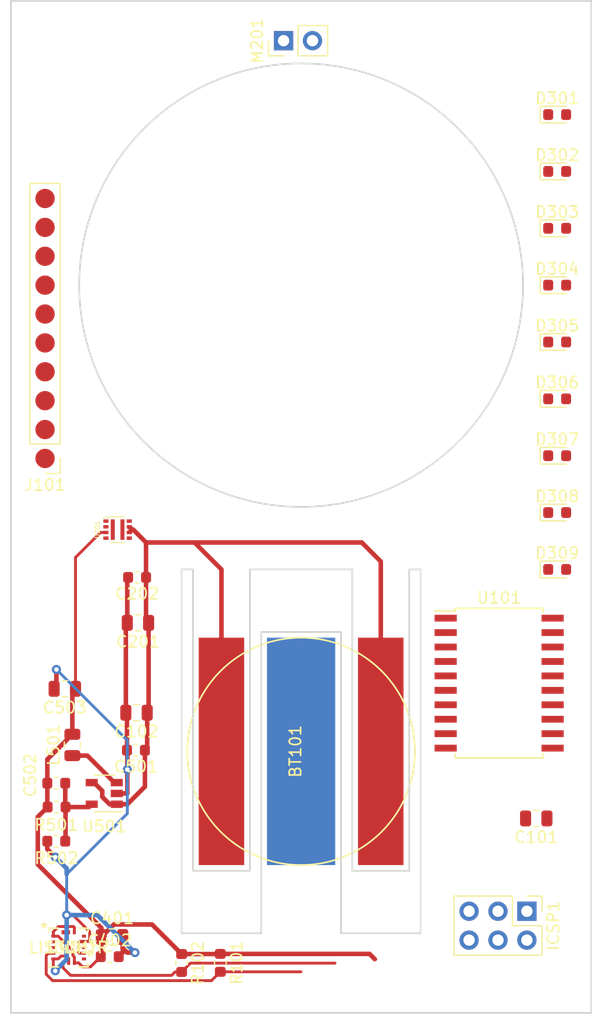
<source format=kicad_pcb>
(kicad_pcb (version 20171130) (host pcbnew 5.0.1-33cea8e~67~ubuntu18.04.1)

  (general
    (thickness 1.6)
    (drawings 21)
    (tracks 144)
    (zones 0)
    (modules 31)
    (nets 29)
  )

  (page A4)
  (layers
    (0 F.Cu signal)
    (31 B.Cu signal)
    (32 B.Adhes user)
    (33 F.Adhes user)
    (34 B.Paste user)
    (35 F.Paste user)
    (36 B.SilkS user)
    (37 F.SilkS user)
    (38 B.Mask user)
    (39 F.Mask user)
    (40 Dwgs.User user)
    (41 Cmts.User user)
    (42 Eco1.User user)
    (43 Eco2.User user)
    (44 Edge.Cuts user)
    (45 Margin user)
    (46 B.CrtYd user)
    (47 F.CrtYd user)
    (48 B.Fab user)
    (49 F.Fab user)
  )

  (setup
    (last_trace_width 0.4)
    (user_trace_width 0.4)
    (trace_clearance 0.2)
    (zone_clearance 0.508)
    (zone_45_only no)
    (trace_min 0.2)
    (segment_width 0.2)
    (edge_width 0.15)
    (via_size 0.8)
    (via_drill 0.4)
    (via_min_size 0.4)
    (via_min_drill 0.3)
    (uvia_size 0.3)
    (uvia_drill 0.1)
    (uvias_allowed no)
    (uvia_min_size 0.2)
    (uvia_min_drill 0.1)
    (pcb_text_width 0.3)
    (pcb_text_size 1.5 1.5)
    (mod_edge_width 0.15)
    (mod_text_size 1 1)
    (mod_text_width 0.15)
    (pad_size 1.524 1.524)
    (pad_drill 0.762)
    (pad_to_mask_clearance 0.051)
    (solder_mask_min_width 0.25)
    (aux_axis_origin 0 0)
    (visible_elements 7FFFFFFF)
    (pcbplotparams
      (layerselection 0x010fc_ffffffff)
      (usegerberextensions false)
      (usegerberattributes false)
      (usegerberadvancedattributes false)
      (creategerberjobfile false)
      (excludeedgelayer true)
      (linewidth 0.100000)
      (plotframeref false)
      (viasonmask false)
      (mode 1)
      (useauxorigin false)
      (hpglpennumber 1)
      (hpglpenspeed 20)
      (hpglpendiameter 15.000000)
      (psnegative false)
      (psa4output false)
      (plotreference true)
      (plotvalue true)
      (plotinvisibletext false)
      (padsonsilk false)
      (subtractmaskfromsilk false)
      (outputformat 1)
      (mirror false)
      (drillshape 1)
      (scaleselection 1)
      (outputdirectory ""))
  )

  (net 0 "")
  (net 1 +BATT)
  (net 2 GND)
  (net 3 +1V8)
  (net 4 "Net-(C502-Pad2)")
  (net 5 /LED_0)
  (net 6 /LED_1)
  (net 7 /LED_2)
  (net 8 /LED_3)
  (net 9 /LED_4)
  (net 10 /LED_5)
  (net 11 /LED_6)
  (net 12 /LED_7)
  (net 13 /LED_8)
  (net 14 /SCK)
  (net 15 /MOSI)
  (net 16 /RESET)
  (net 17 /ADC0)
  (net 18 /ADC1)
  (net 19 "Net-(L501-Pad1)")
  (net 20 /INB)
  (net 21 /INA)
  (net 22 "Net-(U401-Pad2)")
  (net 23 "Net-(U401-Pad3)")
  (net 24 "Net-(U401-Pad9)")
  (net 25 "Net-(U401-Pad11)")
  (net 26 "Net-(U401-Pad13)")
  (net 27 "Net-(U401-Pad15)")
  (net 28 "Net-(U401-Pad16)")

  (net_class Default "This is the default net class."
    (clearance 0.2)
    (trace_width 0.25)
    (via_dia 0.8)
    (via_drill 0.4)
    (uvia_dia 0.3)
    (uvia_drill 0.1)
    (add_net +1V8)
    (add_net +BATT)
    (add_net /ADC0)
    (add_net /ADC1)
    (add_net /INA)
    (add_net /INB)
    (add_net /LED_0)
    (add_net /LED_1)
    (add_net /LED_2)
    (add_net /LED_3)
    (add_net /LED_4)
    (add_net /LED_5)
    (add_net /LED_6)
    (add_net /LED_7)
    (add_net /LED_8)
    (add_net /MOSI)
    (add_net /RESET)
    (add_net /SCK)
    (add_net GND)
    (add_net "Net-(C502-Pad2)")
    (add_net "Net-(L501-Pad1)")
    (add_net "Net-(U401-Pad11)")
    (add_net "Net-(U401-Pad13)")
    (add_net "Net-(U401-Pad15)")
    (add_net "Net-(U401-Pad16)")
    (add_net "Net-(U401-Pad2)")
    (add_net "Net-(U401-Pad3)")
    (add_net "Net-(U401-Pad9)")
  )

  (net_class Power ""
    (clearance 0.2)
    (trace_width 0.4)
    (via_dia 0.8)
    (via_drill 0.4)
    (uvia_dia 0.3)
    (uvia_drill 0.1)
  )

  (module CustomFootprints:CR2016VP (layer F.Cu) (tedit 5BCC0D59) (tstamp 5BD89AFC)
    (at 205.5 116 270)
    (path /5BCBEFF8)
    (fp_text reference BT101 (at 0 0.5 270) (layer F.SilkS)
      (effects (font (size 1 1) (thickness 0.15)))
    )
    (fp_text value Battery (at 0 -0.5 270) (layer F.Fab)
      (effects (font (size 1 1) (thickness 0.15)))
    )
    (fp_circle (center 0 0) (end 10 0) (layer F.SilkS) (width 0.15))
    (fp_line (start -16 9.5) (end 10.5 9.5) (layer Dwgs.User) (width 0.15))
    (fp_line (start 10.5 9.5) (end 10.5 4.5) (layer Dwgs.User) (width 0.15))
    (fp_line (start 10.5 4.5) (end -16 4.5) (layer Dwgs.User) (width 0.15))
    (fp_line (start -16 9.5) (end -16 10.5) (layer Dwgs.User) (width 0.15))
    (fp_line (start -16 10.5) (end 16 10.5) (layer Dwgs.User) (width 0.15))
    (fp_line (start 16 10.5) (end 16 3.5) (layer Dwgs.User) (width 0.15))
    (fp_line (start 16 3.5) (end -10.5 3.5) (layer Dwgs.User) (width 0.15))
    (fp_line (start -10.5 3.5) (end -10.5 -3.5) (layer Dwgs.User) (width 0.15))
    (fp_line (start -10.5 -3.5) (end 16 -3.5) (layer Dwgs.User) (width 0.15))
    (fp_line (start -16 4.5) (end -16 -4.5) (layer Dwgs.User) (width 0.15))
    (fp_line (start -16 -4.5) (end 10.5 -4.5) (layer Dwgs.User) (width 0.15))
    (fp_line (start 10.5 -4.5) (end 10.5 -9.5) (layer Dwgs.User) (width 0.15))
    (fp_line (start 10.5 -9.5) (end -16 -9.5) (layer Dwgs.User) (width 0.15))
    (fp_line (start -16 -9.5) (end -16 -10.5) (layer Dwgs.User) (width 0.15))
    (fp_line (start -16 -10.5) (end 16 -10.5) (layer Dwgs.User) (width 0.15))
    (fp_line (start 16 -10.5) (end 16 -3.5) (layer Dwgs.User) (width 0.15))
    (pad 1 smd rect (at 0 -7 270) (size 20 4) (layers F.Cu F.Paste F.Mask)
      (net 1 +BATT))
    (pad 2 smd rect (at 0 0 270) (size 20 6) (layers B.Cu F.Paste F.Mask)
      (net 2 GND))
    (pad 1 smd rect (at 0 7 270) (size 20 4) (layers F.Cu F.Paste F.Mask)
      (net 1 +BATT))
  )

  (module Capacitor_SMD:C_0805_2012Metric (layer F.Cu) (tedit 5B36C52B) (tstamp 5BD89B0D)
    (at 226.1625 121.9 180)
    (descr "Capacitor SMD 0805 (2012 Metric), square (rectangular) end terminal, IPC_7351 nominal, (Body size source: https://docs.google.com/spreadsheets/d/1BsfQQcO9C6DZCsRaXUlFlo91Tg2WpOkGARC1WS5S8t0/edit?usp=sharing), generated with kicad-footprint-generator")
    (tags capacitor)
    (path /5BCC392A)
    (attr smd)
    (fp_text reference C101 (at 0 -1.65 180) (layer F.SilkS)
      (effects (font (size 1 1) (thickness 0.15)))
    )
    (fp_text value 10uF (at 0 1.65 180) (layer F.Fab)
      (effects (font (size 1 1) (thickness 0.15)))
    )
    (fp_line (start -1 0.6) (end -1 -0.6) (layer F.Fab) (width 0.1))
    (fp_line (start -1 -0.6) (end 1 -0.6) (layer F.Fab) (width 0.1))
    (fp_line (start 1 -0.6) (end 1 0.6) (layer F.Fab) (width 0.1))
    (fp_line (start 1 0.6) (end -1 0.6) (layer F.Fab) (width 0.1))
    (fp_line (start -0.258578 -0.71) (end 0.258578 -0.71) (layer F.SilkS) (width 0.12))
    (fp_line (start -0.258578 0.71) (end 0.258578 0.71) (layer F.SilkS) (width 0.12))
    (fp_line (start -1.68 0.95) (end -1.68 -0.95) (layer F.CrtYd) (width 0.05))
    (fp_line (start -1.68 -0.95) (end 1.68 -0.95) (layer F.CrtYd) (width 0.05))
    (fp_line (start 1.68 -0.95) (end 1.68 0.95) (layer F.CrtYd) (width 0.05))
    (fp_line (start 1.68 0.95) (end -1.68 0.95) (layer F.CrtYd) (width 0.05))
    (fp_text user %R (at 0 0 180) (layer F.Fab)
      (effects (font (size 0.5 0.5) (thickness 0.08)))
    )
    (pad 1 smd roundrect (at -0.9375 0 180) (size 0.975 1.4) (layers F.Cu F.Paste F.Mask) (roundrect_rratio 0.25)
      (net 3 +1V8))
    (pad 2 smd roundrect (at 0.9375 0 180) (size 0.975 1.4) (layers F.Cu F.Paste F.Mask) (roundrect_rratio 0.25)
      (net 2 GND))
    (model ${KISYS3DMOD}/Capacitor_SMD.3dshapes/C_0805_2012Metric.wrl
      (at (xyz 0 0 0))
      (scale (xyz 1 1 1))
      (rotate (xyz 0 0 0))
    )
  )

  (module Capacitor_SMD:C_0805_2012Metric (layer F.Cu) (tedit 5B36C52B) (tstamp 5BD89B1E)
    (at 191.0375 112.6 180)
    (descr "Capacitor SMD 0805 (2012 Metric), square (rectangular) end terminal, IPC_7351 nominal, (Body size source: https://docs.google.com/spreadsheets/d/1BsfQQcO9C6DZCsRaXUlFlo91Tg2WpOkGARC1WS5S8t0/edit?usp=sharing), generated with kicad-footprint-generator")
    (tags capacitor)
    (path /5BCC09EB)
    (attr smd)
    (fp_text reference C102 (at 0 -1.65 180) (layer F.SilkS)
      (effects (font (size 1 1) (thickness 0.15)))
    )
    (fp_text value 10uF (at 0 1.65 180) (layer F.Fab)
      (effects (font (size 1 1) (thickness 0.15)))
    )
    (fp_text user %R (at 0 0 180) (layer F.Fab)
      (effects (font (size 0.5 0.5) (thickness 0.08)))
    )
    (fp_line (start 1.68 0.95) (end -1.68 0.95) (layer F.CrtYd) (width 0.05))
    (fp_line (start 1.68 -0.95) (end 1.68 0.95) (layer F.CrtYd) (width 0.05))
    (fp_line (start -1.68 -0.95) (end 1.68 -0.95) (layer F.CrtYd) (width 0.05))
    (fp_line (start -1.68 0.95) (end -1.68 -0.95) (layer F.CrtYd) (width 0.05))
    (fp_line (start -0.258578 0.71) (end 0.258578 0.71) (layer F.SilkS) (width 0.12))
    (fp_line (start -0.258578 -0.71) (end 0.258578 -0.71) (layer F.SilkS) (width 0.12))
    (fp_line (start 1 0.6) (end -1 0.6) (layer F.Fab) (width 0.1))
    (fp_line (start 1 -0.6) (end 1 0.6) (layer F.Fab) (width 0.1))
    (fp_line (start -1 -0.6) (end 1 -0.6) (layer F.Fab) (width 0.1))
    (fp_line (start -1 0.6) (end -1 -0.6) (layer F.Fab) (width 0.1))
    (pad 2 smd roundrect (at 0.9375 0 180) (size 0.975 1.4) (layers F.Cu F.Paste F.Mask) (roundrect_rratio 0.25)
      (net 2 GND))
    (pad 1 smd roundrect (at -0.9375 0 180) (size 0.975 1.4) (layers F.Cu F.Paste F.Mask) (roundrect_rratio 0.25)
      (net 1 +BATT))
    (model ${KISYS3DMOD}/Capacitor_SMD.3dshapes/C_0805_2012Metric.wrl
      (at (xyz 0 0 0))
      (scale (xyz 1 1 1))
      (rotate (xyz 0 0 0))
    )
  )

  (module Capacitor_SMD:C_0805_2012Metric (layer F.Cu) (tedit 5B36C52B) (tstamp 5BD89B2F)
    (at 191.1625 104.7 180)
    (descr "Capacitor SMD 0805 (2012 Metric), square (rectangular) end terminal, IPC_7351 nominal, (Body size source: https://docs.google.com/spreadsheets/d/1BsfQQcO9C6DZCsRaXUlFlo91Tg2WpOkGARC1WS5S8t0/edit?usp=sharing), generated with kicad-footprint-generator")
    (tags capacitor)
    (path /5BCB9C49/5BCBE054)
    (attr smd)
    (fp_text reference C201 (at 0 -1.65 180) (layer F.SilkS)
      (effects (font (size 1 1) (thickness 0.15)))
    )
    (fp_text value 10uF (at 0 1.65 180) (layer F.Fab)
      (effects (font (size 1 1) (thickness 0.15)))
    )
    (fp_text user %R (at 0 0 180) (layer F.Fab)
      (effects (font (size 0.5 0.5) (thickness 0.08)))
    )
    (fp_line (start 1.68 0.95) (end -1.68 0.95) (layer F.CrtYd) (width 0.05))
    (fp_line (start 1.68 -0.95) (end 1.68 0.95) (layer F.CrtYd) (width 0.05))
    (fp_line (start -1.68 -0.95) (end 1.68 -0.95) (layer F.CrtYd) (width 0.05))
    (fp_line (start -1.68 0.95) (end -1.68 -0.95) (layer F.CrtYd) (width 0.05))
    (fp_line (start -0.258578 0.71) (end 0.258578 0.71) (layer F.SilkS) (width 0.12))
    (fp_line (start -0.258578 -0.71) (end 0.258578 -0.71) (layer F.SilkS) (width 0.12))
    (fp_line (start 1 0.6) (end -1 0.6) (layer F.Fab) (width 0.1))
    (fp_line (start 1 -0.6) (end 1 0.6) (layer F.Fab) (width 0.1))
    (fp_line (start -1 -0.6) (end 1 -0.6) (layer F.Fab) (width 0.1))
    (fp_line (start -1 0.6) (end -1 -0.6) (layer F.Fab) (width 0.1))
    (pad 2 smd roundrect (at 0.9375 0 180) (size 0.975 1.4) (layers F.Cu F.Paste F.Mask) (roundrect_rratio 0.25)
      (net 2 GND))
    (pad 1 smd roundrect (at -0.9375 0 180) (size 0.975 1.4) (layers F.Cu F.Paste F.Mask) (roundrect_rratio 0.25)
      (net 1 +BATT))
    (model ${KISYS3DMOD}/Capacitor_SMD.3dshapes/C_0805_2012Metric.wrl
      (at (xyz 0 0 0))
      (scale (xyz 1 1 1))
      (rotate (xyz 0 0 0))
    )
  )

  (module Capacitor_SMD:C_0603_1608Metric (layer F.Cu) (tedit 5B301BBE) (tstamp 5BD89B40)
    (at 191.0875 100.7 180)
    (descr "Capacitor SMD 0603 (1608 Metric), square (rectangular) end terminal, IPC_7351 nominal, (Body size source: http://www.tortai-tech.com/upload/download/2011102023233369053.pdf), generated with kicad-footprint-generator")
    (tags capacitor)
    (path /5BCB9C49/5BCBE0B0)
    (attr smd)
    (fp_text reference C202 (at 0 -1.43 180) (layer F.SilkS)
      (effects (font (size 1 1) (thickness 0.15)))
    )
    (fp_text value 1uF (at 0 1.43 180) (layer F.Fab)
      (effects (font (size 1 1) (thickness 0.15)))
    )
    (fp_text user %R (at 0 0 180) (layer F.Fab)
      (effects (font (size 0.4 0.4) (thickness 0.06)))
    )
    (fp_line (start 1.48 0.73) (end -1.48 0.73) (layer F.CrtYd) (width 0.05))
    (fp_line (start 1.48 -0.73) (end 1.48 0.73) (layer F.CrtYd) (width 0.05))
    (fp_line (start -1.48 -0.73) (end 1.48 -0.73) (layer F.CrtYd) (width 0.05))
    (fp_line (start -1.48 0.73) (end -1.48 -0.73) (layer F.CrtYd) (width 0.05))
    (fp_line (start -0.162779 0.51) (end 0.162779 0.51) (layer F.SilkS) (width 0.12))
    (fp_line (start -0.162779 -0.51) (end 0.162779 -0.51) (layer F.SilkS) (width 0.12))
    (fp_line (start 0.8 0.4) (end -0.8 0.4) (layer F.Fab) (width 0.1))
    (fp_line (start 0.8 -0.4) (end 0.8 0.4) (layer F.Fab) (width 0.1))
    (fp_line (start -0.8 -0.4) (end 0.8 -0.4) (layer F.Fab) (width 0.1))
    (fp_line (start -0.8 0.4) (end -0.8 -0.4) (layer F.Fab) (width 0.1))
    (pad 2 smd roundrect (at 0.7875 0 180) (size 0.875 0.95) (layers F.Cu F.Paste F.Mask) (roundrect_rratio 0.25)
      (net 2 GND))
    (pad 1 smd roundrect (at -0.7875 0 180) (size 0.875 0.95) (layers F.Cu F.Paste F.Mask) (roundrect_rratio 0.25)
      (net 1 +BATT))
    (model ${KISYS3DMOD}/Capacitor_SMD.3dshapes/C_0603_1608Metric.wrl
      (at (xyz 0 0 0))
      (scale (xyz 1 1 1))
      (rotate (xyz 0 0 0))
    )
  )

  (module Capacitor_SMD:C_0805_2012Metric (layer F.Cu) (tedit 5B36C52B) (tstamp 5BD89B51)
    (at 188.885001 132.325001)
    (descr "Capacitor SMD 0805 (2012 Metric), square (rectangular) end terminal, IPC_7351 nominal, (Body size source: https://docs.google.com/spreadsheets/d/1BsfQQcO9C6DZCsRaXUlFlo91Tg2WpOkGARC1WS5S8t0/edit?usp=sharing), generated with kicad-footprint-generator")
    (tags capacitor)
    (path /5BCBF6E4/5BCC04AB)
    (attr smd)
    (fp_text reference C401 (at 0 -1.65) (layer F.SilkS)
      (effects (font (size 1 1) (thickness 0.15)))
    )
    (fp_text value 10uF (at 0 1.65) (layer F.Fab)
      (effects (font (size 1 1) (thickness 0.15)))
    )
    (fp_line (start -1 0.6) (end -1 -0.6) (layer F.Fab) (width 0.1))
    (fp_line (start -1 -0.6) (end 1 -0.6) (layer F.Fab) (width 0.1))
    (fp_line (start 1 -0.6) (end 1 0.6) (layer F.Fab) (width 0.1))
    (fp_line (start 1 0.6) (end -1 0.6) (layer F.Fab) (width 0.1))
    (fp_line (start -0.258578 -0.71) (end 0.258578 -0.71) (layer F.SilkS) (width 0.12))
    (fp_line (start -0.258578 0.71) (end 0.258578 0.71) (layer F.SilkS) (width 0.12))
    (fp_line (start -1.68 0.95) (end -1.68 -0.95) (layer F.CrtYd) (width 0.05))
    (fp_line (start -1.68 -0.95) (end 1.68 -0.95) (layer F.CrtYd) (width 0.05))
    (fp_line (start 1.68 -0.95) (end 1.68 0.95) (layer F.CrtYd) (width 0.05))
    (fp_line (start 1.68 0.95) (end -1.68 0.95) (layer F.CrtYd) (width 0.05))
    (fp_text user %R (at 0 0) (layer F.Fab)
      (effects (font (size 0.5 0.5) (thickness 0.08)))
    )
    (pad 1 smd roundrect (at -0.9375 0) (size 0.975 1.4) (layers F.Cu F.Paste F.Mask) (roundrect_rratio 0.25)
      (net 3 +1V8))
    (pad 2 smd roundrect (at 0.9375 0) (size 0.975 1.4) (layers F.Cu F.Paste F.Mask) (roundrect_rratio 0.25)
      (net 2 GND))
    (model ${KISYS3DMOD}/Capacitor_SMD.3dshapes/C_0805_2012Metric.wrl
      (at (xyz 0 0 0))
      (scale (xyz 1 1 1))
      (rotate (xyz 0 0 0))
    )
  )

  (module Capacitor_SMD:C_0603_1608Metric (layer F.Cu) (tedit 5B301BBE) (tstamp 5BD89B62)
    (at 188.685001 134.055001)
    (descr "Capacitor SMD 0603 (1608 Metric), square (rectangular) end terminal, IPC_7351 nominal, (Body size source: http://www.tortai-tech.com/upload/download/2011102023233369053.pdf), generated with kicad-footprint-generator")
    (tags capacitor)
    (path /5BCBF6E4/5BCC04F1)
    (attr smd)
    (fp_text reference C402 (at 0 -1.43) (layer F.SilkS)
      (effects (font (size 1 1) (thickness 0.15)))
    )
    (fp_text value 100nF (at 0 1.43) (layer F.Fab)
      (effects (font (size 1 1) (thickness 0.15)))
    )
    (fp_line (start -0.8 0.4) (end -0.8 -0.4) (layer F.Fab) (width 0.1))
    (fp_line (start -0.8 -0.4) (end 0.8 -0.4) (layer F.Fab) (width 0.1))
    (fp_line (start 0.8 -0.4) (end 0.8 0.4) (layer F.Fab) (width 0.1))
    (fp_line (start 0.8 0.4) (end -0.8 0.4) (layer F.Fab) (width 0.1))
    (fp_line (start -0.162779 -0.51) (end 0.162779 -0.51) (layer F.SilkS) (width 0.12))
    (fp_line (start -0.162779 0.51) (end 0.162779 0.51) (layer F.SilkS) (width 0.12))
    (fp_line (start -1.48 0.73) (end -1.48 -0.73) (layer F.CrtYd) (width 0.05))
    (fp_line (start -1.48 -0.73) (end 1.48 -0.73) (layer F.CrtYd) (width 0.05))
    (fp_line (start 1.48 -0.73) (end 1.48 0.73) (layer F.CrtYd) (width 0.05))
    (fp_line (start 1.48 0.73) (end -1.48 0.73) (layer F.CrtYd) (width 0.05))
    (fp_text user %R (at 0 0) (layer F.Fab)
      (effects (font (size 0.4 0.4) (thickness 0.06)))
    )
    (pad 1 smd roundrect (at -0.7875 0) (size 0.875 0.95) (layers F.Cu F.Paste F.Mask) (roundrect_rratio 0.25)
      (net 3 +1V8))
    (pad 2 smd roundrect (at 0.7875 0) (size 0.875 0.95) (layers F.Cu F.Paste F.Mask) (roundrect_rratio 0.25)
      (net 2 GND))
    (model ${KISYS3DMOD}/Capacitor_SMD.3dshapes/C_0603_1608Metric.wrl
      (at (xyz 0 0 0))
      (scale (xyz 1 1 1))
      (rotate (xyz 0 0 0))
    )
  )

  (module Capacitor_SMD:C_0603_1608Metric (layer F.Cu) (tedit 5B301BBE) (tstamp 5BD89B73)
    (at 190.9875 115.9 180)
    (descr "Capacitor SMD 0603 (1608 Metric), square (rectangular) end terminal, IPC_7351 nominal, (Body size source: http://www.tortai-tech.com/upload/download/2011102023233369053.pdf), generated with kicad-footprint-generator")
    (tags capacitor)
    (path /5BCC40AE/5BCC4233)
    (attr smd)
    (fp_text reference C501 (at 0 -1.43 180) (layer F.SilkS)
      (effects (font (size 1 1) (thickness 0.15)))
    )
    (fp_text value 4.7uF (at 0 1.43 180) (layer F.Fab)
      (effects (font (size 1 1) (thickness 0.15)))
    )
    (fp_text user %R (at 0 0 180) (layer F.Fab)
      (effects (font (size 0.4 0.4) (thickness 0.06)))
    )
    (fp_line (start 1.48 0.73) (end -1.48 0.73) (layer F.CrtYd) (width 0.05))
    (fp_line (start 1.48 -0.73) (end 1.48 0.73) (layer F.CrtYd) (width 0.05))
    (fp_line (start -1.48 -0.73) (end 1.48 -0.73) (layer F.CrtYd) (width 0.05))
    (fp_line (start -1.48 0.73) (end -1.48 -0.73) (layer F.CrtYd) (width 0.05))
    (fp_line (start -0.162779 0.51) (end 0.162779 0.51) (layer F.SilkS) (width 0.12))
    (fp_line (start -0.162779 -0.51) (end 0.162779 -0.51) (layer F.SilkS) (width 0.12))
    (fp_line (start 0.8 0.4) (end -0.8 0.4) (layer F.Fab) (width 0.1))
    (fp_line (start 0.8 -0.4) (end 0.8 0.4) (layer F.Fab) (width 0.1))
    (fp_line (start -0.8 -0.4) (end 0.8 -0.4) (layer F.Fab) (width 0.1))
    (fp_line (start -0.8 0.4) (end -0.8 -0.4) (layer F.Fab) (width 0.1))
    (pad 2 smd roundrect (at 0.7875 0 180) (size 0.875 0.95) (layers F.Cu F.Paste F.Mask) (roundrect_rratio 0.25)
      (net 2 GND))
    (pad 1 smd roundrect (at -0.7875 0 180) (size 0.875 0.95) (layers F.Cu F.Paste F.Mask) (roundrect_rratio 0.25)
      (net 1 +BATT))
    (model ${KISYS3DMOD}/Capacitor_SMD.3dshapes/C_0603_1608Metric.wrl
      (at (xyz 0 0 0))
      (scale (xyz 1 1 1))
      (rotate (xyz 0 0 0))
    )
  )

  (module Capacitor_SMD:C_0603_1608Metric (layer F.Cu) (tedit 5B301BBE) (tstamp 5BD89B84)
    (at 184.0125 120.9)
    (descr "Capacitor SMD 0603 (1608 Metric), square (rectangular) end terminal, IPC_7351 nominal, (Body size source: http://www.tortai-tech.com/upload/download/2011102023233369053.pdf), generated with kicad-footprint-generator")
    (tags capacitor)
    (path /5BCC40AE/5BCC4E79)
    (attr smd)
    (fp_text reference C502 (at -2.3125 -2.8 90) (layer F.SilkS)
      (effects (font (size 1 1) (thickness 0.15)))
    )
    (fp_text value 22pF (at 0 1.43) (layer F.Fab)
      (effects (font (size 1 1) (thickness 0.15)))
    )
    (fp_line (start -0.8 0.4) (end -0.8 -0.4) (layer F.Fab) (width 0.1))
    (fp_line (start -0.8 -0.4) (end 0.8 -0.4) (layer F.Fab) (width 0.1))
    (fp_line (start 0.8 -0.4) (end 0.8 0.4) (layer F.Fab) (width 0.1))
    (fp_line (start 0.8 0.4) (end -0.8 0.4) (layer F.Fab) (width 0.1))
    (fp_line (start -0.162779 -0.51) (end 0.162779 -0.51) (layer F.SilkS) (width 0.12))
    (fp_line (start -0.162779 0.51) (end 0.162779 0.51) (layer F.SilkS) (width 0.12))
    (fp_line (start -1.48 0.73) (end -1.48 -0.73) (layer F.CrtYd) (width 0.05))
    (fp_line (start -1.48 -0.73) (end 1.48 -0.73) (layer F.CrtYd) (width 0.05))
    (fp_line (start 1.48 -0.73) (end 1.48 0.73) (layer F.CrtYd) (width 0.05))
    (fp_line (start 1.48 0.73) (end -1.48 0.73) (layer F.CrtYd) (width 0.05))
    (fp_text user %R (at 0 0) (layer F.Fab)
      (effects (font (size 0.4 0.4) (thickness 0.06)))
    )
    (pad 1 smd roundrect (at -0.7875 0) (size 0.875 0.95) (layers F.Cu F.Paste F.Mask) (roundrect_rratio 0.25)
      (net 3 +1V8))
    (pad 2 smd roundrect (at 0.7875 0) (size 0.875 0.95) (layers F.Cu F.Paste F.Mask) (roundrect_rratio 0.25)
      (net 4 "Net-(C502-Pad2)"))
    (model ${KISYS3DMOD}/Capacitor_SMD.3dshapes/C_0603_1608Metric.wrl
      (at (xyz 0 0 0))
      (scale (xyz 1 1 1))
      (rotate (xyz 0 0 0))
    )
  )

  (module Capacitor_SMD:C_0805_2012Metric (layer F.Cu) (tedit 5B36C52B) (tstamp 5BD89B95)
    (at 184.7375 110.5 180)
    (descr "Capacitor SMD 0805 (2012 Metric), square (rectangular) end terminal, IPC_7351 nominal, (Body size source: https://docs.google.com/spreadsheets/d/1BsfQQcO9C6DZCsRaXUlFlo91Tg2WpOkGARC1WS5S8t0/edit?usp=sharing), generated with kicad-footprint-generator")
    (tags capacitor)
    (path /5BCC40AE/5BCC46FF)
    (attr smd)
    (fp_text reference C503 (at 0 -1.65 180) (layer F.SilkS)
      (effects (font (size 1 1) (thickness 0.15)))
    )
    (fp_text value 10uF (at 0 1.65 180) (layer F.Fab)
      (effects (font (size 1 1) (thickness 0.15)))
    )
    (fp_line (start -1 0.6) (end -1 -0.6) (layer F.Fab) (width 0.1))
    (fp_line (start -1 -0.6) (end 1 -0.6) (layer F.Fab) (width 0.1))
    (fp_line (start 1 -0.6) (end 1 0.6) (layer F.Fab) (width 0.1))
    (fp_line (start 1 0.6) (end -1 0.6) (layer F.Fab) (width 0.1))
    (fp_line (start -0.258578 -0.71) (end 0.258578 -0.71) (layer F.SilkS) (width 0.12))
    (fp_line (start -0.258578 0.71) (end 0.258578 0.71) (layer F.SilkS) (width 0.12))
    (fp_line (start -1.68 0.95) (end -1.68 -0.95) (layer F.CrtYd) (width 0.05))
    (fp_line (start -1.68 -0.95) (end 1.68 -0.95) (layer F.CrtYd) (width 0.05))
    (fp_line (start 1.68 -0.95) (end 1.68 0.95) (layer F.CrtYd) (width 0.05))
    (fp_line (start 1.68 0.95) (end -1.68 0.95) (layer F.CrtYd) (width 0.05))
    (fp_text user %R (at 0 0 180) (layer F.Fab)
      (effects (font (size 0.5 0.5) (thickness 0.08)))
    )
    (pad 1 smd roundrect (at -0.9375 0 180) (size 0.975 1.4) (layers F.Cu F.Paste F.Mask) (roundrect_rratio 0.25)
      (net 3 +1V8))
    (pad 2 smd roundrect (at 0.9375 0 180) (size 0.975 1.4) (layers F.Cu F.Paste F.Mask) (roundrect_rratio 0.25)
      (net 2 GND))
    (model ${KISYS3DMOD}/Capacitor_SMD.3dshapes/C_0805_2012Metric.wrl
      (at (xyz 0 0 0))
      (scale (xyz 1 1 1))
      (rotate (xyz 0 0 0))
    )
  )

  (module LED_SMD:LED_0603_1608Metric (layer F.Cu) (tedit 5B301BBE) (tstamp 5BD89BA8)
    (at 228 60)
    (descr "LED SMD 0603 (1608 Metric), square (rectangular) end terminal, IPC_7351 nominal, (Body size source: http://www.tortai-tech.com/upload/download/2011102023233369053.pdf), generated with kicad-footprint-generator")
    (tags diode)
    (path /5BCB9BF4/5BCBD2AC)
    (attr smd)
    (fp_text reference D301 (at 0 -1.43) (layer F.SilkS)
      (effects (font (size 1 1) (thickness 0.15)))
    )
    (fp_text value LED (at 0 1.43) (layer F.Fab)
      (effects (font (size 1 1) (thickness 0.15)))
    )
    (fp_line (start 0.8 -0.4) (end -0.5 -0.4) (layer F.Fab) (width 0.1))
    (fp_line (start -0.5 -0.4) (end -0.8 -0.1) (layer F.Fab) (width 0.1))
    (fp_line (start -0.8 -0.1) (end -0.8 0.4) (layer F.Fab) (width 0.1))
    (fp_line (start -0.8 0.4) (end 0.8 0.4) (layer F.Fab) (width 0.1))
    (fp_line (start 0.8 0.4) (end 0.8 -0.4) (layer F.Fab) (width 0.1))
    (fp_line (start 0.8 -0.735) (end -1.485 -0.735) (layer F.SilkS) (width 0.12))
    (fp_line (start -1.485 -0.735) (end -1.485 0.735) (layer F.SilkS) (width 0.12))
    (fp_line (start -1.485 0.735) (end 0.8 0.735) (layer F.SilkS) (width 0.12))
    (fp_line (start -1.48 0.73) (end -1.48 -0.73) (layer F.CrtYd) (width 0.05))
    (fp_line (start -1.48 -0.73) (end 1.48 -0.73) (layer F.CrtYd) (width 0.05))
    (fp_line (start 1.48 -0.73) (end 1.48 0.73) (layer F.CrtYd) (width 0.05))
    (fp_line (start 1.48 0.73) (end -1.48 0.73) (layer F.CrtYd) (width 0.05))
    (fp_text user %R (at 0 0) (layer F.Fab)
      (effects (font (size 0.4 0.4) (thickness 0.06)))
    )
    (pad 1 smd roundrect (at -0.7875 0) (size 0.875 0.95) (layers F.Cu F.Paste F.Mask) (roundrect_rratio 0.25)
      (net 2 GND))
    (pad 2 smd roundrect (at 0.7875 0) (size 0.875 0.95) (layers F.Cu F.Paste F.Mask) (roundrect_rratio 0.25)
      (net 5 /LED_0))
    (model ${KISYS3DMOD}/LED_SMD.3dshapes/LED_0603_1608Metric.wrl
      (at (xyz 0 0 0))
      (scale (xyz 1 1 1))
      (rotate (xyz 0 0 0))
    )
  )

  (module LED_SMD:LED_0603_1608Metric (layer F.Cu) (tedit 5B301BBE) (tstamp 5BD89BBB)
    (at 228 65)
    (descr "LED SMD 0603 (1608 Metric), square (rectangular) end terminal, IPC_7351 nominal, (Body size source: http://www.tortai-tech.com/upload/download/2011102023233369053.pdf), generated with kicad-footprint-generator")
    (tags diode)
    (path /5BCB9BF4/5BCBC85A)
    (attr smd)
    (fp_text reference D302 (at 0 -1.43) (layer F.SilkS)
      (effects (font (size 1 1) (thickness 0.15)))
    )
    (fp_text value LED (at 0 1.43) (layer F.Fab)
      (effects (font (size 1 1) (thickness 0.15)))
    )
    (fp_text user %R (at 0 0) (layer F.Fab)
      (effects (font (size 0.4 0.4) (thickness 0.06)))
    )
    (fp_line (start 1.48 0.73) (end -1.48 0.73) (layer F.CrtYd) (width 0.05))
    (fp_line (start 1.48 -0.73) (end 1.48 0.73) (layer F.CrtYd) (width 0.05))
    (fp_line (start -1.48 -0.73) (end 1.48 -0.73) (layer F.CrtYd) (width 0.05))
    (fp_line (start -1.48 0.73) (end -1.48 -0.73) (layer F.CrtYd) (width 0.05))
    (fp_line (start -1.485 0.735) (end 0.8 0.735) (layer F.SilkS) (width 0.12))
    (fp_line (start -1.485 -0.735) (end -1.485 0.735) (layer F.SilkS) (width 0.12))
    (fp_line (start 0.8 -0.735) (end -1.485 -0.735) (layer F.SilkS) (width 0.12))
    (fp_line (start 0.8 0.4) (end 0.8 -0.4) (layer F.Fab) (width 0.1))
    (fp_line (start -0.8 0.4) (end 0.8 0.4) (layer F.Fab) (width 0.1))
    (fp_line (start -0.8 -0.1) (end -0.8 0.4) (layer F.Fab) (width 0.1))
    (fp_line (start -0.5 -0.4) (end -0.8 -0.1) (layer F.Fab) (width 0.1))
    (fp_line (start 0.8 -0.4) (end -0.5 -0.4) (layer F.Fab) (width 0.1))
    (pad 2 smd roundrect (at 0.7875 0) (size 0.875 0.95) (layers F.Cu F.Paste F.Mask) (roundrect_rratio 0.25)
      (net 6 /LED_1))
    (pad 1 smd roundrect (at -0.7875 0) (size 0.875 0.95) (layers F.Cu F.Paste F.Mask) (roundrect_rratio 0.25)
      (net 2 GND))
    (model ${KISYS3DMOD}/LED_SMD.3dshapes/LED_0603_1608Metric.wrl
      (at (xyz 0 0 0))
      (scale (xyz 1 1 1))
      (rotate (xyz 0 0 0))
    )
  )

  (module LED_SMD:LED_0603_1608Metric (layer F.Cu) (tedit 5B301BBE) (tstamp 5BD89BCE)
    (at 228 70)
    (descr "LED SMD 0603 (1608 Metric), square (rectangular) end terminal, IPC_7351 nominal, (Body size source: http://www.tortai-tech.com/upload/download/2011102023233369053.pdf), generated with kicad-footprint-generator")
    (tags diode)
    (path /5BCB9BF4/5BCBCA64)
    (attr smd)
    (fp_text reference D303 (at 0 -1.43) (layer F.SilkS)
      (effects (font (size 1 1) (thickness 0.15)))
    )
    (fp_text value LED (at 0 1.43) (layer F.Fab)
      (effects (font (size 1 1) (thickness 0.15)))
    )
    (fp_line (start 0.8 -0.4) (end -0.5 -0.4) (layer F.Fab) (width 0.1))
    (fp_line (start -0.5 -0.4) (end -0.8 -0.1) (layer F.Fab) (width 0.1))
    (fp_line (start -0.8 -0.1) (end -0.8 0.4) (layer F.Fab) (width 0.1))
    (fp_line (start -0.8 0.4) (end 0.8 0.4) (layer F.Fab) (width 0.1))
    (fp_line (start 0.8 0.4) (end 0.8 -0.4) (layer F.Fab) (width 0.1))
    (fp_line (start 0.8 -0.735) (end -1.485 -0.735) (layer F.SilkS) (width 0.12))
    (fp_line (start -1.485 -0.735) (end -1.485 0.735) (layer F.SilkS) (width 0.12))
    (fp_line (start -1.485 0.735) (end 0.8 0.735) (layer F.SilkS) (width 0.12))
    (fp_line (start -1.48 0.73) (end -1.48 -0.73) (layer F.CrtYd) (width 0.05))
    (fp_line (start -1.48 -0.73) (end 1.48 -0.73) (layer F.CrtYd) (width 0.05))
    (fp_line (start 1.48 -0.73) (end 1.48 0.73) (layer F.CrtYd) (width 0.05))
    (fp_line (start 1.48 0.73) (end -1.48 0.73) (layer F.CrtYd) (width 0.05))
    (fp_text user %R (at 0 0) (layer F.Fab)
      (effects (font (size 0.4 0.4) (thickness 0.06)))
    )
    (pad 1 smd roundrect (at -0.7875 0) (size 0.875 0.95) (layers F.Cu F.Paste F.Mask) (roundrect_rratio 0.25)
      (net 2 GND))
    (pad 2 smd roundrect (at 0.7875 0) (size 0.875 0.95) (layers F.Cu F.Paste F.Mask) (roundrect_rratio 0.25)
      (net 7 /LED_2))
    (model ${KISYS3DMOD}/LED_SMD.3dshapes/LED_0603_1608Metric.wrl
      (at (xyz 0 0 0))
      (scale (xyz 1 1 1))
      (rotate (xyz 0 0 0))
    )
  )

  (module LED_SMD:LED_0603_1608Metric (layer F.Cu) (tedit 5B301BBE) (tstamp 5BD89BE1)
    (at 228 75)
    (descr "LED SMD 0603 (1608 Metric), square (rectangular) end terminal, IPC_7351 nominal, (Body size source: http://www.tortai-tech.com/upload/download/2011102023233369053.pdf), generated with kicad-footprint-generator")
    (tags diode)
    (path /5BCB9BF4/5BCBCA94)
    (attr smd)
    (fp_text reference D304 (at 0 -1.43) (layer F.SilkS)
      (effects (font (size 1 1) (thickness 0.15)))
    )
    (fp_text value LED (at 0 1.43) (layer F.Fab)
      (effects (font (size 1 1) (thickness 0.15)))
    )
    (fp_line (start 0.8 -0.4) (end -0.5 -0.4) (layer F.Fab) (width 0.1))
    (fp_line (start -0.5 -0.4) (end -0.8 -0.1) (layer F.Fab) (width 0.1))
    (fp_line (start -0.8 -0.1) (end -0.8 0.4) (layer F.Fab) (width 0.1))
    (fp_line (start -0.8 0.4) (end 0.8 0.4) (layer F.Fab) (width 0.1))
    (fp_line (start 0.8 0.4) (end 0.8 -0.4) (layer F.Fab) (width 0.1))
    (fp_line (start 0.8 -0.735) (end -1.485 -0.735) (layer F.SilkS) (width 0.12))
    (fp_line (start -1.485 -0.735) (end -1.485 0.735) (layer F.SilkS) (width 0.12))
    (fp_line (start -1.485 0.735) (end 0.8 0.735) (layer F.SilkS) (width 0.12))
    (fp_line (start -1.48 0.73) (end -1.48 -0.73) (layer F.CrtYd) (width 0.05))
    (fp_line (start -1.48 -0.73) (end 1.48 -0.73) (layer F.CrtYd) (width 0.05))
    (fp_line (start 1.48 -0.73) (end 1.48 0.73) (layer F.CrtYd) (width 0.05))
    (fp_line (start 1.48 0.73) (end -1.48 0.73) (layer F.CrtYd) (width 0.05))
    (fp_text user %R (at 0 0) (layer F.Fab)
      (effects (font (size 0.4 0.4) (thickness 0.06)))
    )
    (pad 1 smd roundrect (at -0.7875 0) (size 0.875 0.95) (layers F.Cu F.Paste F.Mask) (roundrect_rratio 0.25)
      (net 2 GND))
    (pad 2 smd roundrect (at 0.7875 0) (size 0.875 0.95) (layers F.Cu F.Paste F.Mask) (roundrect_rratio 0.25)
      (net 8 /LED_3))
    (model ${KISYS3DMOD}/LED_SMD.3dshapes/LED_0603_1608Metric.wrl
      (at (xyz 0 0 0))
      (scale (xyz 1 1 1))
      (rotate (xyz 0 0 0))
    )
  )

  (module LED_SMD:LED_0603_1608Metric (layer F.Cu) (tedit 5B301BBE) (tstamp 5BD89BF4)
    (at 228 80)
    (descr "LED SMD 0603 (1608 Metric), square (rectangular) end terminal, IPC_7351 nominal, (Body size source: http://www.tortai-tech.com/upload/download/2011102023233369053.pdf), generated with kicad-footprint-generator")
    (tags diode)
    (path /5BCB9BF4/5BCBCAE0)
    (attr smd)
    (fp_text reference D305 (at 0 -1.43) (layer F.SilkS)
      (effects (font (size 1 1) (thickness 0.15)))
    )
    (fp_text value LED (at 0 1.43) (layer F.Fab)
      (effects (font (size 1 1) (thickness 0.15)))
    )
    (fp_line (start 0.8 -0.4) (end -0.5 -0.4) (layer F.Fab) (width 0.1))
    (fp_line (start -0.5 -0.4) (end -0.8 -0.1) (layer F.Fab) (width 0.1))
    (fp_line (start -0.8 -0.1) (end -0.8 0.4) (layer F.Fab) (width 0.1))
    (fp_line (start -0.8 0.4) (end 0.8 0.4) (layer F.Fab) (width 0.1))
    (fp_line (start 0.8 0.4) (end 0.8 -0.4) (layer F.Fab) (width 0.1))
    (fp_line (start 0.8 -0.735) (end -1.485 -0.735) (layer F.SilkS) (width 0.12))
    (fp_line (start -1.485 -0.735) (end -1.485 0.735) (layer F.SilkS) (width 0.12))
    (fp_line (start -1.485 0.735) (end 0.8 0.735) (layer F.SilkS) (width 0.12))
    (fp_line (start -1.48 0.73) (end -1.48 -0.73) (layer F.CrtYd) (width 0.05))
    (fp_line (start -1.48 -0.73) (end 1.48 -0.73) (layer F.CrtYd) (width 0.05))
    (fp_line (start 1.48 -0.73) (end 1.48 0.73) (layer F.CrtYd) (width 0.05))
    (fp_line (start 1.48 0.73) (end -1.48 0.73) (layer F.CrtYd) (width 0.05))
    (fp_text user %R (at 0 0) (layer F.Fab)
      (effects (font (size 0.4 0.4) (thickness 0.06)))
    )
    (pad 1 smd roundrect (at -0.7875 0) (size 0.875 0.95) (layers F.Cu F.Paste F.Mask) (roundrect_rratio 0.25)
      (net 2 GND))
    (pad 2 smd roundrect (at 0.7875 0) (size 0.875 0.95) (layers F.Cu F.Paste F.Mask) (roundrect_rratio 0.25)
      (net 9 /LED_4))
    (model ${KISYS3DMOD}/LED_SMD.3dshapes/LED_0603_1608Metric.wrl
      (at (xyz 0 0 0))
      (scale (xyz 1 1 1))
      (rotate (xyz 0 0 0))
    )
  )

  (module LED_SMD:LED_0603_1608Metric (layer F.Cu) (tedit 5B301BBE) (tstamp 5BD89C07)
    (at 228 85)
    (descr "LED SMD 0603 (1608 Metric), square (rectangular) end terminal, IPC_7351 nominal, (Body size source: http://www.tortai-tech.com/upload/download/2011102023233369053.pdf), generated with kicad-footprint-generator")
    (tags diode)
    (path /5BCB9BF4/5BCBCB54)
    (attr smd)
    (fp_text reference D306 (at 0 -1.43) (layer F.SilkS)
      (effects (font (size 1 1) (thickness 0.15)))
    )
    (fp_text value LED (at 0 1.43) (layer F.Fab)
      (effects (font (size 1 1) (thickness 0.15)))
    )
    (fp_text user %R (at 0 0) (layer F.Fab)
      (effects (font (size 0.4 0.4) (thickness 0.06)))
    )
    (fp_line (start 1.48 0.73) (end -1.48 0.73) (layer F.CrtYd) (width 0.05))
    (fp_line (start 1.48 -0.73) (end 1.48 0.73) (layer F.CrtYd) (width 0.05))
    (fp_line (start -1.48 -0.73) (end 1.48 -0.73) (layer F.CrtYd) (width 0.05))
    (fp_line (start -1.48 0.73) (end -1.48 -0.73) (layer F.CrtYd) (width 0.05))
    (fp_line (start -1.485 0.735) (end 0.8 0.735) (layer F.SilkS) (width 0.12))
    (fp_line (start -1.485 -0.735) (end -1.485 0.735) (layer F.SilkS) (width 0.12))
    (fp_line (start 0.8 -0.735) (end -1.485 -0.735) (layer F.SilkS) (width 0.12))
    (fp_line (start 0.8 0.4) (end 0.8 -0.4) (layer F.Fab) (width 0.1))
    (fp_line (start -0.8 0.4) (end 0.8 0.4) (layer F.Fab) (width 0.1))
    (fp_line (start -0.8 -0.1) (end -0.8 0.4) (layer F.Fab) (width 0.1))
    (fp_line (start -0.5 -0.4) (end -0.8 -0.1) (layer F.Fab) (width 0.1))
    (fp_line (start 0.8 -0.4) (end -0.5 -0.4) (layer F.Fab) (width 0.1))
    (pad 2 smd roundrect (at 0.7875 0) (size 0.875 0.95) (layers F.Cu F.Paste F.Mask) (roundrect_rratio 0.25)
      (net 10 /LED_5))
    (pad 1 smd roundrect (at -0.7875 0) (size 0.875 0.95) (layers F.Cu F.Paste F.Mask) (roundrect_rratio 0.25)
      (net 2 GND))
    (model ${KISYS3DMOD}/LED_SMD.3dshapes/LED_0603_1608Metric.wrl
      (at (xyz 0 0 0))
      (scale (xyz 1 1 1))
      (rotate (xyz 0 0 0))
    )
  )

  (module LED_SMD:LED_0603_1608Metric (layer F.Cu) (tedit 5B301BBE) (tstamp 5BD89C1A)
    (at 228 90)
    (descr "LED SMD 0603 (1608 Metric), square (rectangular) end terminal, IPC_7351 nominal, (Body size source: http://www.tortai-tech.com/upload/download/2011102023233369053.pdf), generated with kicad-footprint-generator")
    (tags diode)
    (path /5BCB9BF4/5BCBCC00)
    (attr smd)
    (fp_text reference D307 (at 0 -1.43) (layer F.SilkS)
      (effects (font (size 1 1) (thickness 0.15)))
    )
    (fp_text value LED (at 0 1.43) (layer F.Fab)
      (effects (font (size 1 1) (thickness 0.15)))
    )
    (fp_line (start 0.8 -0.4) (end -0.5 -0.4) (layer F.Fab) (width 0.1))
    (fp_line (start -0.5 -0.4) (end -0.8 -0.1) (layer F.Fab) (width 0.1))
    (fp_line (start -0.8 -0.1) (end -0.8 0.4) (layer F.Fab) (width 0.1))
    (fp_line (start -0.8 0.4) (end 0.8 0.4) (layer F.Fab) (width 0.1))
    (fp_line (start 0.8 0.4) (end 0.8 -0.4) (layer F.Fab) (width 0.1))
    (fp_line (start 0.8 -0.735) (end -1.485 -0.735) (layer F.SilkS) (width 0.12))
    (fp_line (start -1.485 -0.735) (end -1.485 0.735) (layer F.SilkS) (width 0.12))
    (fp_line (start -1.485 0.735) (end 0.8 0.735) (layer F.SilkS) (width 0.12))
    (fp_line (start -1.48 0.73) (end -1.48 -0.73) (layer F.CrtYd) (width 0.05))
    (fp_line (start -1.48 -0.73) (end 1.48 -0.73) (layer F.CrtYd) (width 0.05))
    (fp_line (start 1.48 -0.73) (end 1.48 0.73) (layer F.CrtYd) (width 0.05))
    (fp_line (start 1.48 0.73) (end -1.48 0.73) (layer F.CrtYd) (width 0.05))
    (fp_text user %R (at 0 0) (layer F.Fab)
      (effects (font (size 0.4 0.4) (thickness 0.06)))
    )
    (pad 1 smd roundrect (at -0.7875 0) (size 0.875 0.95) (layers F.Cu F.Paste F.Mask) (roundrect_rratio 0.25)
      (net 2 GND))
    (pad 2 smd roundrect (at 0.7875 0) (size 0.875 0.95) (layers F.Cu F.Paste F.Mask) (roundrect_rratio 0.25)
      (net 11 /LED_6))
    (model ${KISYS3DMOD}/LED_SMD.3dshapes/LED_0603_1608Metric.wrl
      (at (xyz 0 0 0))
      (scale (xyz 1 1 1))
      (rotate (xyz 0 0 0))
    )
  )

  (module LED_SMD:LED_0603_1608Metric (layer F.Cu) (tedit 5B301BBE) (tstamp 5BD89C2D)
    (at 228 95)
    (descr "LED SMD 0603 (1608 Metric), square (rectangular) end terminal, IPC_7351 nominal, (Body size source: http://www.tortai-tech.com/upload/download/2011102023233369053.pdf), generated with kicad-footprint-generator")
    (tags diode)
    (path /5BCB9BF4/5BCBCCF0)
    (attr smd)
    (fp_text reference D308 (at 0 -1.43) (layer F.SilkS)
      (effects (font (size 1 1) (thickness 0.15)))
    )
    (fp_text value LED (at 0 1.43) (layer F.Fab)
      (effects (font (size 1 1) (thickness 0.15)))
    )
    (fp_text user %R (at 0 0) (layer F.Fab)
      (effects (font (size 0.4 0.4) (thickness 0.06)))
    )
    (fp_line (start 1.48 0.73) (end -1.48 0.73) (layer F.CrtYd) (width 0.05))
    (fp_line (start 1.48 -0.73) (end 1.48 0.73) (layer F.CrtYd) (width 0.05))
    (fp_line (start -1.48 -0.73) (end 1.48 -0.73) (layer F.CrtYd) (width 0.05))
    (fp_line (start -1.48 0.73) (end -1.48 -0.73) (layer F.CrtYd) (width 0.05))
    (fp_line (start -1.485 0.735) (end 0.8 0.735) (layer F.SilkS) (width 0.12))
    (fp_line (start -1.485 -0.735) (end -1.485 0.735) (layer F.SilkS) (width 0.12))
    (fp_line (start 0.8 -0.735) (end -1.485 -0.735) (layer F.SilkS) (width 0.12))
    (fp_line (start 0.8 0.4) (end 0.8 -0.4) (layer F.Fab) (width 0.1))
    (fp_line (start -0.8 0.4) (end 0.8 0.4) (layer F.Fab) (width 0.1))
    (fp_line (start -0.8 -0.1) (end -0.8 0.4) (layer F.Fab) (width 0.1))
    (fp_line (start -0.5 -0.4) (end -0.8 -0.1) (layer F.Fab) (width 0.1))
    (fp_line (start 0.8 -0.4) (end -0.5 -0.4) (layer F.Fab) (width 0.1))
    (pad 2 smd roundrect (at 0.7875 0) (size 0.875 0.95) (layers F.Cu F.Paste F.Mask) (roundrect_rratio 0.25)
      (net 12 /LED_7))
    (pad 1 smd roundrect (at -0.7875 0) (size 0.875 0.95) (layers F.Cu F.Paste F.Mask) (roundrect_rratio 0.25)
      (net 2 GND))
    (model ${KISYS3DMOD}/LED_SMD.3dshapes/LED_0603_1608Metric.wrl
      (at (xyz 0 0 0))
      (scale (xyz 1 1 1))
      (rotate (xyz 0 0 0))
    )
  )

  (module LED_SMD:LED_0603_1608Metric (layer F.Cu) (tedit 5B301BBE) (tstamp 5BD89C40)
    (at 228 100)
    (descr "LED SMD 0603 (1608 Metric), square (rectangular) end terminal, IPC_7351 nominal, (Body size source: http://www.tortai-tech.com/upload/download/2011102023233369053.pdf), generated with kicad-footprint-generator")
    (tags diode)
    (path /5BCB9BF4/5BCBD4AC)
    (attr smd)
    (fp_text reference D309 (at 0 -1.43) (layer F.SilkS)
      (effects (font (size 1 1) (thickness 0.15)))
    )
    (fp_text value LED (at 0 1.43) (layer F.Fab)
      (effects (font (size 1 1) (thickness 0.15)))
    )
    (fp_text user %R (at 0 0) (layer F.Fab)
      (effects (font (size 0.4 0.4) (thickness 0.06)))
    )
    (fp_line (start 1.48 0.73) (end -1.48 0.73) (layer F.CrtYd) (width 0.05))
    (fp_line (start 1.48 -0.73) (end 1.48 0.73) (layer F.CrtYd) (width 0.05))
    (fp_line (start -1.48 -0.73) (end 1.48 -0.73) (layer F.CrtYd) (width 0.05))
    (fp_line (start -1.48 0.73) (end -1.48 -0.73) (layer F.CrtYd) (width 0.05))
    (fp_line (start -1.485 0.735) (end 0.8 0.735) (layer F.SilkS) (width 0.12))
    (fp_line (start -1.485 -0.735) (end -1.485 0.735) (layer F.SilkS) (width 0.12))
    (fp_line (start 0.8 -0.735) (end -1.485 -0.735) (layer F.SilkS) (width 0.12))
    (fp_line (start 0.8 0.4) (end 0.8 -0.4) (layer F.Fab) (width 0.1))
    (fp_line (start -0.8 0.4) (end 0.8 0.4) (layer F.Fab) (width 0.1))
    (fp_line (start -0.8 -0.1) (end -0.8 0.4) (layer F.Fab) (width 0.1))
    (fp_line (start -0.5 -0.4) (end -0.8 -0.1) (layer F.Fab) (width 0.1))
    (fp_line (start 0.8 -0.4) (end -0.5 -0.4) (layer F.Fab) (width 0.1))
    (pad 2 smd roundrect (at 0.7875 0) (size 0.875 0.95) (layers F.Cu F.Paste F.Mask) (roundrect_rratio 0.25)
      (net 13 /LED_8))
    (pad 1 smd roundrect (at -0.7875 0) (size 0.875 0.95) (layers F.Cu F.Paste F.Mask) (roundrect_rratio 0.25)
      (net 2 GND))
    (model ${KISYS3DMOD}/LED_SMD.3dshapes/LED_0603_1608Metric.wrl
      (at (xyz 0 0 0))
      (scale (xyz 1 1 1))
      (rotate (xyz 0 0 0))
    )
  )

  (module Connector_PinHeader_2.54mm:PinHeader_2x03_P2.54mm_Vertical (layer F.Cu) (tedit 59FED5CC) (tstamp 5BD8B1B5)
    (at 225.34 130.06 270)
    (descr "Through hole straight pin header, 2x03, 2.54mm pitch, double rows")
    (tags "Through hole pin header THT 2x03 2.54mm double row")
    (path /5BCBEC7A)
    (fp_text reference ICSP1 (at 1.27 -2.33 270) (layer F.SilkS)
      (effects (font (size 1 1) (thickness 0.15)))
    )
    (fp_text value Conn_02x03_Odd_Even (at 1.27 7.41 270) (layer F.Fab)
      (effects (font (size 1 1) (thickness 0.15)))
    )
    (fp_line (start 0 -1.27) (end 3.81 -1.27) (layer F.Fab) (width 0.1))
    (fp_line (start 3.81 -1.27) (end 3.81 6.35) (layer F.Fab) (width 0.1))
    (fp_line (start 3.81 6.35) (end -1.27 6.35) (layer F.Fab) (width 0.1))
    (fp_line (start -1.27 6.35) (end -1.27 0) (layer F.Fab) (width 0.1))
    (fp_line (start -1.27 0) (end 0 -1.27) (layer F.Fab) (width 0.1))
    (fp_line (start -1.33 6.41) (end 3.87 6.41) (layer F.SilkS) (width 0.12))
    (fp_line (start -1.33 1.27) (end -1.33 6.41) (layer F.SilkS) (width 0.12))
    (fp_line (start 3.87 -1.33) (end 3.87 6.41) (layer F.SilkS) (width 0.12))
    (fp_line (start -1.33 1.27) (end 1.27 1.27) (layer F.SilkS) (width 0.12))
    (fp_line (start 1.27 1.27) (end 1.27 -1.33) (layer F.SilkS) (width 0.12))
    (fp_line (start 1.27 -1.33) (end 3.87 -1.33) (layer F.SilkS) (width 0.12))
    (fp_line (start -1.33 0) (end -1.33 -1.33) (layer F.SilkS) (width 0.12))
    (fp_line (start -1.33 -1.33) (end 0 -1.33) (layer F.SilkS) (width 0.12))
    (fp_line (start -1.8 -1.8) (end -1.8 6.85) (layer F.CrtYd) (width 0.05))
    (fp_line (start -1.8 6.85) (end 4.35 6.85) (layer F.CrtYd) (width 0.05))
    (fp_line (start 4.35 6.85) (end 4.35 -1.8) (layer F.CrtYd) (width 0.05))
    (fp_line (start 4.35 -1.8) (end -1.8 -1.8) (layer F.CrtYd) (width 0.05))
    (fp_text user %R (at 1.27 2.54) (layer F.Fab)
      (effects (font (size 1 1) (thickness 0.15)))
    )
    (pad 1 thru_hole rect (at 0 0 270) (size 1.7 1.7) (drill 1) (layers *.Cu *.Mask)
      (net 9 /LED_4))
    (pad 2 thru_hole oval (at 2.54 0 270) (size 1.7 1.7) (drill 1) (layers *.Cu *.Mask)
      (net 3 +1V8))
    (pad 3 thru_hole oval (at 0 2.54 270) (size 1.7 1.7) (drill 1) (layers *.Cu *.Mask)
      (net 14 /SCK))
    (pad 4 thru_hole oval (at 2.54 2.54 270) (size 1.7 1.7) (drill 1) (layers *.Cu *.Mask)
      (net 15 /MOSI))
    (pad 5 thru_hole oval (at 0 5.08 270) (size 1.7 1.7) (drill 1) (layers *.Cu *.Mask)
      (net 16 /RESET))
    (pad 6 thru_hole oval (at 2.54 5.08 270) (size 1.7 1.7) (drill 1) (layers *.Cu *.Mask)
      (net 2 GND))
    (model ${KISYS3DMOD}/Connector_PinHeader_2.54mm.3dshapes/PinHeader_2x03_P2.54mm_Vertical.wrl
      (at (xyz 0 0 0))
      (scale (xyz 1 1 1))
      (rotate (xyz 0 0 0))
    )
  )

  (module CustomFootprints:Testpoint_1x10 (layer F.Cu) (tedit 5BCBEF1B) (tstamp 5BCC1C27)
    (at 183 90.24 180)
    (descr "Through hole straight pin header, 1x10, 2.54mm pitch, single row")
    (tags "Through hole pin header THT 1x10 2.54mm single row")
    (path /5BCBF241)
    (fp_text reference J101 (at 0 -2.33 180) (layer F.SilkS)
      (effects (font (size 1 1) (thickness 0.15)))
    )
    (fp_text value TestPoints (at 0 25.19 180) (layer F.Fab)
      (effects (font (size 1 1) (thickness 0.15)))
    )
    (fp_line (start -0.635 -1.27) (end 1.27 -1.27) (layer F.Fab) (width 0.1))
    (fp_line (start 1.27 -1.27) (end 1.27 24.13) (layer F.Fab) (width 0.1))
    (fp_line (start 1.27 24.13) (end -1.27 24.13) (layer F.Fab) (width 0.1))
    (fp_line (start -1.27 24.13) (end -1.27 -0.635) (layer F.Fab) (width 0.1))
    (fp_line (start -1.27 -0.635) (end -0.635 -1.27) (layer F.Fab) (width 0.1))
    (fp_line (start -1.33 24.19) (end 1.33 24.19) (layer F.SilkS) (width 0.12))
    (fp_line (start -1.33 1.27) (end -1.33 24.19) (layer F.SilkS) (width 0.12))
    (fp_line (start 1.33 1.27) (end 1.33 24.19) (layer F.SilkS) (width 0.12))
    (fp_line (start -1.33 1.27) (end 1.33 1.27) (layer F.SilkS) (width 0.12))
    (fp_line (start -1.33 0) (end -1.33 -1.33) (layer F.SilkS) (width 0.12))
    (fp_line (start -1.33 -1.33) (end 0 -1.33) (layer F.SilkS) (width 0.12))
    (fp_line (start -1.8 -1.8) (end -1.8 24.65) (layer F.CrtYd) (width 0.05))
    (fp_line (start -1.8 24.65) (end 1.8 24.65) (layer F.CrtYd) (width 0.05))
    (fp_line (start 1.8 24.65) (end 1.8 -1.8) (layer F.CrtYd) (width 0.05))
    (fp_line (start 1.8 -1.8) (end -1.8 -1.8) (layer F.CrtYd) (width 0.05))
    (fp_text user %R (at 0 11.43 270) (layer F.Fab)
      (effects (font (size 1 1) (thickness 0.15)))
    )
    (pad 1 smd circle (at 0 0 180) (size 1.7 1.7) (layers F.Cu F.Paste F.Mask)
      (net 1 +BATT))
    (pad 2 smd oval (at 0 2.54 180) (size 1.7 1.7) (layers F.Cu F.Paste F.Mask)
      (net 3 +1V8))
    (pad 3 smd oval (at 0 5.08 180) (size 1.7 1.7) (layers F.Cu F.Paste F.Mask)
      (net 1 +BATT))
    (pad 4 smd oval (at 0 7.62 180) (size 1.7 1.7) (layers F.Cu F.Paste F.Mask)
      (net 16 /RESET))
    (pad 5 smd oval (at 0 10.16 180) (size 1.7 1.7) (layers F.Cu F.Paste F.Mask)
      (net 5 /LED_0))
    (pad 6 smd oval (at 0 12.7 180) (size 1.7 1.7) (layers F.Cu F.Paste F.Mask)
      (net 6 /LED_1))
    (pad 7 smd oval (at 0 15.24 180) (size 1.7 1.7) (layers F.Cu F.Paste F.Mask)
      (net 7 /LED_2))
    (pad 8 smd oval (at 0 17.78 180) (size 1.7 1.7) (layers F.Cu F.Paste F.Mask)
      (net 8 /LED_3))
    (pad 9 smd oval (at 0 20.32 180) (size 1.7 1.7) (layers F.Cu F.Paste F.Mask)
      (net 17 /ADC0))
    (pad 10 smd oval (at 0 22.86 180) (size 1.7 1.7) (layers F.Cu F.Paste F.Mask)
      (net 18 /ADC1))
    (model ${KISYS3DMOD}/Connector_PinHeader_2.54mm.3dshapes/PinHeader_1x10_P2.54mm_Vertical.wrl
      (at (xyz 0 0 0))
      (scale (xyz 1 1 1))
      (rotate (xyz 0 0 0))
    )
  )

  (module Inductor_SMD:L_0805_2012Metric (layer F.Cu) (tedit 5B36C52B) (tstamp 5BD89C8B)
    (at 185.4 115.4375 90)
    (descr "Inductor SMD 0805 (2012 Metric), square (rectangular) end terminal, IPC_7351 nominal, (Body size source: https://docs.google.com/spreadsheets/d/1BsfQQcO9C6DZCsRaXUlFlo91Tg2WpOkGARC1WS5S8t0/edit?usp=sharing), generated with kicad-footprint-generator")
    (tags inductor)
    (path /5BCC40AE/5BCC459A)
    (attr smd)
    (fp_text reference L501 (at 0 -1.65 90) (layer F.SilkS)
      (effects (font (size 1 1) (thickness 0.15)))
    )
    (fp_text value 2.2uH (at 0 1.65 90) (layer F.Fab)
      (effects (font (size 1 1) (thickness 0.15)))
    )
    (fp_line (start -1 0.6) (end -1 -0.6) (layer F.Fab) (width 0.1))
    (fp_line (start -1 -0.6) (end 1 -0.6) (layer F.Fab) (width 0.1))
    (fp_line (start 1 -0.6) (end 1 0.6) (layer F.Fab) (width 0.1))
    (fp_line (start 1 0.6) (end -1 0.6) (layer F.Fab) (width 0.1))
    (fp_line (start -0.258578 -0.71) (end 0.258578 -0.71) (layer F.SilkS) (width 0.12))
    (fp_line (start -0.258578 0.71) (end 0.258578 0.71) (layer F.SilkS) (width 0.12))
    (fp_line (start -1.68 0.95) (end -1.68 -0.95) (layer F.CrtYd) (width 0.05))
    (fp_line (start -1.68 -0.95) (end 1.68 -0.95) (layer F.CrtYd) (width 0.05))
    (fp_line (start 1.68 -0.95) (end 1.68 0.95) (layer F.CrtYd) (width 0.05))
    (fp_line (start 1.68 0.95) (end -1.68 0.95) (layer F.CrtYd) (width 0.05))
    (fp_text user %R (at 0 0 90) (layer F.Fab)
      (effects (font (size 0.5 0.5) (thickness 0.08)))
    )
    (pad 1 smd roundrect (at -0.9375 0 90) (size 0.975 1.4) (layers F.Cu F.Paste F.Mask) (roundrect_rratio 0.25)
      (net 19 "Net-(L501-Pad1)"))
    (pad 2 smd roundrect (at 0.9375 0 90) (size 0.975 1.4) (layers F.Cu F.Paste F.Mask) (roundrect_rratio 0.25)
      (net 3 +1V8))
    (model ${KISYS3DMOD}/Inductor_SMD.3dshapes/L_0805_2012Metric.wrl
      (at (xyz 0 0 0))
      (scale (xyz 1 1 1))
      (rotate (xyz 0 0 0))
    )
  )

  (module Connector_PinHeader_2.54mm:PinHeader_1x02_P2.54mm_Vertical (layer F.Cu) (tedit 59FED5CC) (tstamp 5BD89CA1)
    (at 203.96 53.5 90)
    (descr "Through hole straight pin header, 1x02, 2.54mm pitch, single row")
    (tags "Through hole pin header THT 1x02 2.54mm single row")
    (path /5BCB9C49/5BCBEB5F)
    (fp_text reference M201 (at 0 -2.33 90) (layer F.SilkS)
      (effects (font (size 1 1) (thickness 0.15)))
    )
    (fp_text value Motor_DC (at 0 4.87 90) (layer F.Fab)
      (effects (font (size 1 1) (thickness 0.15)))
    )
    (fp_line (start -0.635 -1.27) (end 1.27 -1.27) (layer F.Fab) (width 0.1))
    (fp_line (start 1.27 -1.27) (end 1.27 3.81) (layer F.Fab) (width 0.1))
    (fp_line (start 1.27 3.81) (end -1.27 3.81) (layer F.Fab) (width 0.1))
    (fp_line (start -1.27 3.81) (end -1.27 -0.635) (layer F.Fab) (width 0.1))
    (fp_line (start -1.27 -0.635) (end -0.635 -1.27) (layer F.Fab) (width 0.1))
    (fp_line (start -1.33 3.87) (end 1.33 3.87) (layer F.SilkS) (width 0.12))
    (fp_line (start -1.33 1.27) (end -1.33 3.87) (layer F.SilkS) (width 0.12))
    (fp_line (start 1.33 1.27) (end 1.33 3.87) (layer F.SilkS) (width 0.12))
    (fp_line (start -1.33 1.27) (end 1.33 1.27) (layer F.SilkS) (width 0.12))
    (fp_line (start -1.33 0) (end -1.33 -1.33) (layer F.SilkS) (width 0.12))
    (fp_line (start -1.33 -1.33) (end 0 -1.33) (layer F.SilkS) (width 0.12))
    (fp_line (start -1.8 -1.8) (end -1.8 4.35) (layer F.CrtYd) (width 0.05))
    (fp_line (start -1.8 4.35) (end 1.8 4.35) (layer F.CrtYd) (width 0.05))
    (fp_line (start 1.8 4.35) (end 1.8 -1.8) (layer F.CrtYd) (width 0.05))
    (fp_line (start 1.8 -1.8) (end -1.8 -1.8) (layer F.CrtYd) (width 0.05))
    (fp_text user %R (at 0 1.27 180) (layer F.Fab)
      (effects (font (size 1 1) (thickness 0.15)))
    )
    (pad 1 thru_hole rect (at 0 0 90) (size 1.7 1.7) (drill 1) (layers *.Cu *.Mask)
      (net 18 /ADC1))
    (pad 2 thru_hole oval (at 0 2.54 90) (size 1.7 1.7) (drill 1) (layers *.Cu *.Mask)
      (net 17 /ADC0))
    (model ${KISYS3DMOD}/Connector_PinHeader_2.54mm.3dshapes/PinHeader_1x02_P2.54mm_Vertical.wrl
      (at (xyz 0 0 0))
      (scale (xyz 1 1 1))
      (rotate (xyz 0 0 0))
    )
  )

  (module Resistor_SMD:R_0603_1608Metric (layer F.Cu) (tedit 5B301BBD) (tstamp 5BD89CB2)
    (at 198.4 134.6 270)
    (descr "Resistor SMD 0603 (1608 Metric), square (rectangular) end terminal, IPC_7351 nominal, (Body size source: http://www.tortai-tech.com/upload/download/2011102023233369053.pdf), generated with kicad-footprint-generator")
    (tags resistor)
    (path /5BCC14CF)
    (attr smd)
    (fp_text reference R101 (at 0 -1.43 270) (layer F.SilkS)
      (effects (font (size 1 1) (thickness 0.15)))
    )
    (fp_text value 1k (at 0 1.43 270) (layer F.Fab)
      (effects (font (size 1 1) (thickness 0.15)))
    )
    (fp_text user %R (at 0 0 270) (layer F.Fab)
      (effects (font (size 0.4 0.4) (thickness 0.06)))
    )
    (fp_line (start 1.48 0.73) (end -1.48 0.73) (layer F.CrtYd) (width 0.05))
    (fp_line (start 1.48 -0.73) (end 1.48 0.73) (layer F.CrtYd) (width 0.05))
    (fp_line (start -1.48 -0.73) (end 1.48 -0.73) (layer F.CrtYd) (width 0.05))
    (fp_line (start -1.48 0.73) (end -1.48 -0.73) (layer F.CrtYd) (width 0.05))
    (fp_line (start -0.162779 0.51) (end 0.162779 0.51) (layer F.SilkS) (width 0.12))
    (fp_line (start -0.162779 -0.51) (end 0.162779 -0.51) (layer F.SilkS) (width 0.12))
    (fp_line (start 0.8 0.4) (end -0.8 0.4) (layer F.Fab) (width 0.1))
    (fp_line (start 0.8 -0.4) (end 0.8 0.4) (layer F.Fab) (width 0.1))
    (fp_line (start -0.8 -0.4) (end 0.8 -0.4) (layer F.Fab) (width 0.1))
    (fp_line (start -0.8 0.4) (end -0.8 -0.4) (layer F.Fab) (width 0.1))
    (pad 2 smd roundrect (at 0.7875 0 270) (size 0.875 0.95) (layers F.Cu F.Paste F.Mask) (roundrect_rratio 0.25)
      (net 14 /SCK))
    (pad 1 smd roundrect (at -0.7875 0 270) (size 0.875 0.95) (layers F.Cu F.Paste F.Mask) (roundrect_rratio 0.25)
      (net 3 +1V8))
    (model ${KISYS3DMOD}/Resistor_SMD.3dshapes/R_0603_1608Metric.wrl
      (at (xyz 0 0 0))
      (scale (xyz 1 1 1))
      (rotate (xyz 0 0 0))
    )
  )

  (module Resistor_SMD:R_0603_1608Metric (layer F.Cu) (tedit 5B301BBD) (tstamp 5BD89CC3)
    (at 195 134.6125 270)
    (descr "Resistor SMD 0603 (1608 Metric), square (rectangular) end terminal, IPC_7351 nominal, (Body size source: http://www.tortai-tech.com/upload/download/2011102023233369053.pdf), generated with kicad-footprint-generator")
    (tags resistor)
    (path /5BCC12E2)
    (attr smd)
    (fp_text reference R102 (at 0 -1.43 270) (layer F.SilkS)
      (effects (font (size 1 1) (thickness 0.15)))
    )
    (fp_text value 1k (at 0 1.43 270) (layer F.Fab)
      (effects (font (size 1 1) (thickness 0.15)))
    )
    (fp_line (start -0.8 0.4) (end -0.8 -0.4) (layer F.Fab) (width 0.1))
    (fp_line (start -0.8 -0.4) (end 0.8 -0.4) (layer F.Fab) (width 0.1))
    (fp_line (start 0.8 -0.4) (end 0.8 0.4) (layer F.Fab) (width 0.1))
    (fp_line (start 0.8 0.4) (end -0.8 0.4) (layer F.Fab) (width 0.1))
    (fp_line (start -0.162779 -0.51) (end 0.162779 -0.51) (layer F.SilkS) (width 0.12))
    (fp_line (start -0.162779 0.51) (end 0.162779 0.51) (layer F.SilkS) (width 0.12))
    (fp_line (start -1.48 0.73) (end -1.48 -0.73) (layer F.CrtYd) (width 0.05))
    (fp_line (start -1.48 -0.73) (end 1.48 -0.73) (layer F.CrtYd) (width 0.05))
    (fp_line (start 1.48 -0.73) (end 1.48 0.73) (layer F.CrtYd) (width 0.05))
    (fp_line (start 1.48 0.73) (end -1.48 0.73) (layer F.CrtYd) (width 0.05))
    (fp_text user %R (at 0 0 270) (layer F.Fab)
      (effects (font (size 0.4 0.4) (thickness 0.06)))
    )
    (pad 1 smd roundrect (at -0.7875 0 270) (size 0.875 0.95) (layers F.Cu F.Paste F.Mask) (roundrect_rratio 0.25)
      (net 3 +1V8))
    (pad 2 smd roundrect (at 0.7875 0 270) (size 0.875 0.95) (layers F.Cu F.Paste F.Mask) (roundrect_rratio 0.25)
      (net 15 /MOSI))
    (model ${KISYS3DMOD}/Resistor_SMD.3dshapes/R_0603_1608Metric.wrl
      (at (xyz 0 0 0))
      (scale (xyz 1 1 1))
      (rotate (xyz 0 0 0))
    )
  )

  (module Resistor_SMD:R_0603_1608Metric (layer F.Cu) (tedit 5B301BBD) (tstamp 5BD89CD4)
    (at 183.9875 123.9)
    (descr "Resistor SMD 0603 (1608 Metric), square (rectangular) end terminal, IPC_7351 nominal, (Body size source: http://www.tortai-tech.com/upload/download/2011102023233369053.pdf), generated with kicad-footprint-generator")
    (tags resistor)
    (path /5BCC40AE/5BCC4CF2)
    (attr smd)
    (fp_text reference R501 (at 0 -1.43) (layer F.SilkS)
      (effects (font (size 1 1) (thickness 0.15)))
    )
    (fp_text value 100k (at 0 1.43) (layer F.Fab)
      (effects (font (size 1 1) (thickness 0.15)))
    )
    (fp_text user %R (at 0 0) (layer F.Fab)
      (effects (font (size 0.4 0.4) (thickness 0.06)))
    )
    (fp_line (start 1.48 0.73) (end -1.48 0.73) (layer F.CrtYd) (width 0.05))
    (fp_line (start 1.48 -0.73) (end 1.48 0.73) (layer F.CrtYd) (width 0.05))
    (fp_line (start -1.48 -0.73) (end 1.48 -0.73) (layer F.CrtYd) (width 0.05))
    (fp_line (start -1.48 0.73) (end -1.48 -0.73) (layer F.CrtYd) (width 0.05))
    (fp_line (start -0.162779 0.51) (end 0.162779 0.51) (layer F.SilkS) (width 0.12))
    (fp_line (start -0.162779 -0.51) (end 0.162779 -0.51) (layer F.SilkS) (width 0.12))
    (fp_line (start 0.8 0.4) (end -0.8 0.4) (layer F.Fab) (width 0.1))
    (fp_line (start 0.8 -0.4) (end 0.8 0.4) (layer F.Fab) (width 0.1))
    (fp_line (start -0.8 -0.4) (end 0.8 -0.4) (layer F.Fab) (width 0.1))
    (fp_line (start -0.8 0.4) (end -0.8 -0.4) (layer F.Fab) (width 0.1))
    (pad 2 smd roundrect (at 0.7875 0) (size 0.875 0.95) (layers F.Cu F.Paste F.Mask) (roundrect_rratio 0.25)
      (net 4 "Net-(C502-Pad2)"))
    (pad 1 smd roundrect (at -0.7875 0) (size 0.875 0.95) (layers F.Cu F.Paste F.Mask) (roundrect_rratio 0.25)
      (net 2 GND))
    (model ${KISYS3DMOD}/Resistor_SMD.3dshapes/R_0603_1608Metric.wrl
      (at (xyz 0 0 0))
      (scale (xyz 1 1 1))
      (rotate (xyz 0 0 0))
    )
  )

  (module Resistor_SMD:R_0603_1608Metric (layer F.Cu) (tedit 5B301BBD) (tstamp 5BD89CE5)
    (at 183.9875 118.8 180)
    (descr "Resistor SMD 0603 (1608 Metric), square (rectangular) end terminal, IPC_7351 nominal, (Body size source: http://www.tortai-tech.com/upload/download/2011102023233369053.pdf), generated with kicad-footprint-generator")
    (tags resistor)
    (path /5BCC40AE/5BCC4F31)
    (attr smd)
    (fp_text reference R502 (at -0.0125 -6.6) (layer F.SilkS)
      (effects (font (size 1 1) (thickness 0.15)))
    )
    (fp_text value 200k (at 0 1.43 180) (layer F.Fab)
      (effects (font (size 1 1) (thickness 0.15)))
    )
    (fp_line (start -0.8 0.4) (end -0.8 -0.4) (layer F.Fab) (width 0.1))
    (fp_line (start -0.8 -0.4) (end 0.8 -0.4) (layer F.Fab) (width 0.1))
    (fp_line (start 0.8 -0.4) (end 0.8 0.4) (layer F.Fab) (width 0.1))
    (fp_line (start 0.8 0.4) (end -0.8 0.4) (layer F.Fab) (width 0.1))
    (fp_line (start -0.162779 -0.51) (end 0.162779 -0.51) (layer F.SilkS) (width 0.12))
    (fp_line (start -0.162779 0.51) (end 0.162779 0.51) (layer F.SilkS) (width 0.12))
    (fp_line (start -1.48 0.73) (end -1.48 -0.73) (layer F.CrtYd) (width 0.05))
    (fp_line (start -1.48 -0.73) (end 1.48 -0.73) (layer F.CrtYd) (width 0.05))
    (fp_line (start 1.48 -0.73) (end 1.48 0.73) (layer F.CrtYd) (width 0.05))
    (fp_line (start 1.48 0.73) (end -1.48 0.73) (layer F.CrtYd) (width 0.05))
    (fp_text user %R (at 0 0 180) (layer F.Fab)
      (effects (font (size 0.4 0.4) (thickness 0.06)))
    )
    (pad 1 smd roundrect (at -0.7875 0 180) (size 0.875 0.95) (layers F.Cu F.Paste F.Mask) (roundrect_rratio 0.25)
      (net 4 "Net-(C502-Pad2)"))
    (pad 2 smd roundrect (at 0.7875 0 180) (size 0.875 0.95) (layers F.Cu F.Paste F.Mask) (roundrect_rratio 0.25)
      (net 3 +1V8))
    (model ${KISYS3DMOD}/Resistor_SMD.3dshapes/R_0603_1608Metric.wrl
      (at (xyz 0 0 0))
      (scale (xyz 1 1 1))
      (rotate (xyz 0 0 0))
    )
  )

  (module Package_SO:SOIC-20W_7.5x12.8mm_P1.27mm (layer F.Cu) (tedit 5A02F2D3) (tstamp 5BD89D0E)
    (at 222.9 110)
    (descr "20-Lead Plastic Small Outline (SO) - Wide, 7.50 mm Body [SOIC] (see Microchip Packaging Specification 00000049BS.pdf)")
    (tags "SOIC 1.27")
    (path /5BCB9B43)
    (attr smd)
    (fp_text reference U101 (at 0 -7.5) (layer F.SilkS)
      (effects (font (size 1 1) (thickness 0.15)))
    )
    (fp_text value ATtiny261-20SU (at 0 7.5) (layer F.Fab)
      (effects (font (size 1 1) (thickness 0.15)))
    )
    (fp_text user %R (at 0 0) (layer F.Fab)
      (effects (font (size 1 1) (thickness 0.15)))
    )
    (fp_line (start -2.75 -6.4) (end 3.75 -6.4) (layer F.Fab) (width 0.15))
    (fp_line (start 3.75 -6.4) (end 3.75 6.4) (layer F.Fab) (width 0.15))
    (fp_line (start 3.75 6.4) (end -3.75 6.4) (layer F.Fab) (width 0.15))
    (fp_line (start -3.75 6.4) (end -3.75 -5.4) (layer F.Fab) (width 0.15))
    (fp_line (start -3.75 -5.4) (end -2.75 -6.4) (layer F.Fab) (width 0.15))
    (fp_line (start -5.95 -6.75) (end -5.95 6.75) (layer F.CrtYd) (width 0.05))
    (fp_line (start 5.95 -6.75) (end 5.95 6.75) (layer F.CrtYd) (width 0.05))
    (fp_line (start -5.95 -6.75) (end 5.95 -6.75) (layer F.CrtYd) (width 0.05))
    (fp_line (start -5.95 6.75) (end 5.95 6.75) (layer F.CrtYd) (width 0.05))
    (fp_line (start -3.875 -6.575) (end -3.875 -6.325) (layer F.SilkS) (width 0.15))
    (fp_line (start 3.875 -6.575) (end 3.875 -6.24) (layer F.SilkS) (width 0.15))
    (fp_line (start 3.875 6.575) (end 3.875 6.24) (layer F.SilkS) (width 0.15))
    (fp_line (start -3.875 6.575) (end -3.875 6.24) (layer F.SilkS) (width 0.15))
    (fp_line (start -3.875 -6.575) (end 3.875 -6.575) (layer F.SilkS) (width 0.15))
    (fp_line (start -3.875 6.575) (end 3.875 6.575) (layer F.SilkS) (width 0.15))
    (fp_line (start -3.875 -6.325) (end -5.675 -6.325) (layer F.SilkS) (width 0.15))
    (pad 1 smd rect (at -4.7 -5.715) (size 1.95 0.6) (layers F.Cu F.Paste F.Mask)
      (net 15 /MOSI))
    (pad 2 smd rect (at -4.7 -4.445) (size 1.95 0.6) (layers F.Cu F.Paste F.Mask)
      (net 9 /LED_4))
    (pad 3 smd rect (at -4.7 -3.175) (size 1.95 0.6) (layers F.Cu F.Paste F.Mask)
      (net 14 /SCK))
    (pad 4 smd rect (at -4.7 -1.905) (size 1.95 0.6) (layers F.Cu F.Paste F.Mask)
      (net 10 /LED_5))
    (pad 5 smd rect (at -4.7 -0.635) (size 1.95 0.6) (layers F.Cu F.Paste F.Mask)
      (net 3 +1V8))
    (pad 6 smd rect (at -4.7 0.635) (size 1.95 0.6) (layers F.Cu F.Paste F.Mask)
      (net 2 GND))
    (pad 7 smd rect (at -4.7 1.905) (size 1.95 0.6) (layers F.Cu F.Paste F.Mask)
      (net 11 /LED_6))
    (pad 8 smd rect (at -4.7 3.175) (size 1.95 0.6) (layers F.Cu F.Paste F.Mask)
      (net 12 /LED_7))
    (pad 9 smd rect (at -4.7 4.445) (size 1.95 0.6) (layers F.Cu F.Paste F.Mask)
      (net 13 /LED_8))
    (pad 10 smd rect (at -4.7 5.715) (size 1.95 0.6) (layers F.Cu F.Paste F.Mask)
      (net 16 /RESET))
    (pad 11 smd rect (at 4.7 5.715) (size 1.95 0.6) (layers F.Cu F.Paste F.Mask)
      (net 8 /LED_3))
    (pad 12 smd rect (at 4.7 4.445) (size 1.95 0.6) (layers F.Cu F.Paste F.Mask)
      (net 7 /LED_2))
    (pad 13 smd rect (at 4.7 3.175) (size 1.95 0.6) (layers F.Cu F.Paste F.Mask)
      (net 6 /LED_1))
    (pad 14 smd rect (at 4.7 1.905) (size 1.95 0.6) (layers F.Cu F.Paste F.Mask)
      (net 5 /LED_0))
    (pad 15 smd rect (at 4.7 0.635) (size 1.95 0.6) (layers F.Cu F.Paste F.Mask)
      (net 3 +1V8))
    (pad 16 smd rect (at 4.7 -0.635) (size 1.95 0.6) (layers F.Cu F.Paste F.Mask)
      (net 2 GND))
    (pad 17 smd rect (at 4.7 -1.905) (size 1.95 0.6) (layers F.Cu F.Paste F.Mask)
      (net 20 /INB))
    (pad 18 smd rect (at 4.7 -3.175) (size 1.95 0.6) (layers F.Cu F.Paste F.Mask)
      (net 21 /INA))
    (pad 19 smd rect (at 4.7 -4.445) (size 1.95 0.6) (layers F.Cu F.Paste F.Mask)
      (net 18 /ADC1))
    (pad 20 smd rect (at 4.7 -5.715) (size 1.95 0.6) (layers F.Cu F.Paste F.Mask)
      (net 17 /ADC0))
    (model ${KISYS3DMOD}/Package_SO.3dshapes/SOIC-20W_7.5x12.8mm_P1.27mm.wrl
      (at (xyz 0 0 0))
      (scale (xyz 1 1 1))
      (rotate (xyz 0 0 0))
    )
  )

  (module CustomFootprints:AP1017AEN (layer F.Cu) (tedit 5BCBF25E) (tstamp 5BD89D20)
    (at 189.375 96.5 270)
    (path /5BCB9C49/5BCBEC9C)
    (fp_text reference U201 (at 0 1.778 270) (layer F.SilkS)
      (effects (font (size 0.4 0.4) (thickness 0.08)))
    )
    (fp_text value AP1017AEN (at 0 -1.778 270) (layer F.Fab)
      (effects (font (size 0.4 0.4) (thickness 0.08)))
    )
    (fp_line (start -1.143 -0.635) (end -1.143 0.635) (layer F.SilkS) (width 0.1))
    (fp_line (start -1.143 0.635) (end -1.0795 0.6985) (layer F.SilkS) (width 0.1))
    (fp_line (start -1.0795 0.6985) (end -1.0795 1.27) (layer F.SilkS) (width 0.1))
    (fp_line (start 1.143 -0.635) (end 1.143 0.635) (layer F.SilkS) (width 0.1))
    (pad 8 smd rect (at -0.75 -1.025 270) (size 0.3 0.45) (layers F.Cu F.Paste F.Mask)
      (net 3 +1V8) (clearance 0.1))
    (pad 7 smd rect (at -0.25 -1.025 270) (size 0.3 0.45) (layers F.Cu F.Paste F.Mask)
      (net 1 +BATT) (clearance 0.1))
    (pad 6 smd rect (at 0.25 -1.025 270) (size 0.3 0.45) (layers F.Cu F.Paste F.Mask)
      (net 1 +BATT) (clearance 0.1))
    (pad 5 smd rect (at 0.75 -1.025 270) (size 0.3 0.45) (layers F.Cu F.Paste F.Mask)
      (net 18 /ADC1) (clearance 0.1))
    (pad 4 smd rect (at 0.75 1.025 270) (size 0.3 0.45) (layers F.Cu F.Paste F.Mask)
      (net 17 /ADC0) (clearance 0.1))
    (pad 3 smd rect (at 0.25 1.025 270) (size 0.3 0.45) (layers F.Cu F.Paste F.Mask)
      (net 3 +1V8) (clearance 0.1))
    (pad 2 smd rect (at -0.25 1.025 270) (size 0.3 0.45) (layers F.Cu F.Paste F.Mask)
      (net 20 /INB) (clearance 0.1))
    (pad 1 smd rect (at -0.75 1.025 270) (size 0.3 0.45) (layers F.Cu F.Paste F.Mask)
      (net 21 /INA) (clearance 0.1))
    (pad 9 smd rect (at 0 0.425 270) (size 1.8 0.35) (layers F.Cu F.Paste F.Mask)
      (net 2 GND) (clearance 0.1))
    (pad 9 smd rect (at 0 -0.425 270) (size 1.8 0.35) (layers F.Cu F.Paste F.Mask)
      (net 2 GND) (clearance 0.1))
  )

  (module CustomFootprints:LIS3DHTR (layer F.Cu) (tedit 0) (tstamp 5BD89D5C)
    (at 185.075001 133.255001)
    (path /5BCBF6E4/5BCBF7EE)
    (fp_text reference U401 (at 0 0) (layer F.SilkS)
      (effects (font (size 1 1) (thickness 0.15)))
    )
    (fp_text value LIS3DHTR (at 0 0) (layer F.SilkS)
      (effects (font (size 1 1) (thickness 0.15)))
    )
    (fp_text user "Copyright 2016 Accelerated Designs. All rights reserved." (at 0 0) (layer Cmts.User)
      (effects (font (size 0.127 0.127) (thickness 0.002)))
    )
    (fp_text user * (at -2.159 -1.631) (layer F.SilkS)
      (effects (font (size 1 1) (thickness 0.15)))
    )
    (fp_text user * (at -1.1684 -1.631) (layer F.Fab)
      (effects (font (size 1 1) (thickness 0.15)))
    )
    (fp_line (start -1.5748 -0.3048) (end -0.3048 -1.5748) (layer F.Fab) (width 0.1524))
    (fp_line (start -1.7018 1.7018) (end -0.908252 1.7018) (layer F.SilkS) (width 0.1524))
    (fp_line (start 1.7018 1.7018) (end 1.7018 1.408253) (layer F.SilkS) (width 0.1524))
    (fp_line (start 1.7018 -1.7018) (end 0.908252 -1.7018) (layer F.SilkS) (width 0.1524))
    (fp_line (start -1.7018 -1.7018) (end -1.7018 -1.408253) (layer F.SilkS) (width 0.1524))
    (fp_line (start -1.5748 1.5748) (end 1.5748 1.5748) (layer F.Fab) (width 0.1524))
    (fp_line (start 1.5748 1.5748) (end 1.5748 -1.5748) (layer F.Fab) (width 0.1524))
    (fp_line (start 1.5748 -1.5748) (end -1.5748 -1.5748) (layer F.Fab) (width 0.1524))
    (fp_line (start -1.5748 -1.5748) (end -1.5748 1.5748) (layer F.Fab) (width 0.1524))
    (fp_line (start -1.7018 1.408253) (end -1.7018 1.7018) (layer F.SilkS) (width 0.1524))
    (fp_line (start 0.908252 1.7018) (end 1.7018 1.7018) (layer F.SilkS) (width 0.1524))
    (fp_line (start 1.7018 -1.408253) (end 1.7018 -1.7018) (layer F.SilkS) (width 0.1524))
    (fp_line (start -0.908252 -1.7018) (end -1.7018 -1.7018) (layer F.SilkS) (width 0.1524))
    (fp_line (start 2.032 0.309499) (end 2.032 0.690499) (layer F.SilkS) (width 0.1524))
    (fp_line (start 2.032 0.690499) (end 1.778 0.690499) (layer F.SilkS) (width 0.1524))
    (fp_line (start 1.778 0.690499) (end 1.778 0.309499) (layer F.SilkS) (width 0.1524))
    (fp_line (start 1.778 0.309499) (end 2.032 0.309499) (layer F.SilkS) (width 0.1524))
    (fp_line (start -1.8288 1.8288) (end -1.8288 1.381) (layer F.CrtYd) (width 0.1524))
    (fp_line (start -1.8288 1.381) (end -1.8288 1.381) (layer F.CrtYd) (width 0.1524))
    (fp_line (start -1.8288 1.381) (end -1.8288 -1.381) (layer F.CrtYd) (width 0.1524))
    (fp_line (start -1.8288 -1.381) (end -1.8288 -1.381) (layer F.CrtYd) (width 0.1524))
    (fp_line (start -1.8288 -1.381) (end -1.8288 -1.8288) (layer F.CrtYd) (width 0.1524))
    (fp_line (start -1.8288 -1.8288) (end -0.881 -1.8288) (layer F.CrtYd) (width 0.1524))
    (fp_line (start -0.881 -1.8288) (end -0.881 -1.8288) (layer F.CrtYd) (width 0.1524))
    (fp_line (start -0.881 -1.8288) (end 0.881 -1.8288) (layer F.CrtYd) (width 0.1524))
    (fp_line (start 0.881 -1.8288) (end 0.881 -1.8288) (layer F.CrtYd) (width 0.1524))
    (fp_line (start 0.881 -1.8288) (end 1.8288 -1.8288) (layer F.CrtYd) (width 0.1524))
    (fp_line (start 1.8288 -1.8288) (end 1.8288 -1.381) (layer F.CrtYd) (width 0.1524))
    (fp_line (start 1.8288 -1.381) (end 1.8288 -1.381) (layer F.CrtYd) (width 0.1524))
    (fp_line (start 1.8288 -1.381) (end 1.8288 1.381) (layer F.CrtYd) (width 0.1524))
    (fp_line (start 1.8288 1.381) (end 1.8288 1.381) (layer F.CrtYd) (width 0.1524))
    (fp_line (start 1.8288 1.381) (end 1.8288 1.8288) (layer F.CrtYd) (width 0.1524))
    (fp_line (start 1.8288 1.8288) (end 0.881 1.8288) (layer F.CrtYd) (width 0.1524))
    (fp_line (start 0.881 1.8288) (end 0.881 1.8288) (layer F.CrtYd) (width 0.1524))
    (fp_line (start 0.881 1.8288) (end -0.881 1.8288) (layer F.CrtYd) (width 0.1524))
    (fp_line (start -0.881 1.8288) (end -0.881 1.8288) (layer F.CrtYd) (width 0.1524))
    (fp_line (start -0.881 1.8288) (end -1.8288 1.8288) (layer F.CrtYd) (width 0.1524))
    (pad 1 smd rect (at -1.3462 -1.000001 90) (size 0.254 0.3556) (layers F.Cu F.Paste F.Mask)
      (net 3 +1V8))
    (pad 2 smd rect (at -1.3462 -0.499999 90) (size 0.254 0.3556) (layers F.Cu F.Paste F.Mask)
      (net 22 "Net-(U401-Pad2)"))
    (pad 3 smd rect (at -1.3462 0 90) (size 0.254 0.3556) (layers F.Cu F.Paste F.Mask)
      (net 23 "Net-(U401-Pad3)"))
    (pad 4 smd rect (at -1.3462 0.499999 90) (size 0.254 0.3556) (layers F.Cu F.Paste F.Mask)
      (net 14 /SCK))
    (pad 5 smd rect (at -1.3462 1.000001 90) (size 0.254 0.3556) (layers F.Cu F.Paste F.Mask)
      (net 2 GND))
    (pad 6 smd rect (at -0.499999 1.3462) (size 0.254 0.3556) (layers F.Cu F.Paste F.Mask)
      (net 15 /MOSI))
    (pad 7 smd rect (at 0 1.3462) (size 0.254 0.3556) (layers F.Cu F.Paste F.Mask)
      (net 2 GND))
    (pad 8 smd rect (at 0.499999 1.3462) (size 0.254 0.3556) (layers F.Cu F.Paste F.Mask)
      (net 3 +1V8))
    (pad 9 smd rect (at 1.3462 1.000001 90) (size 0.254 0.3556) (layers F.Cu F.Paste F.Mask)
      (net 24 "Net-(U401-Pad9)"))
    (pad 10 smd rect (at 1.3462 0.499999 90) (size 0.254 0.3556) (layers F.Cu F.Paste F.Mask)
      (net 2 GND))
    (pad 11 smd rect (at 1.3462 0 90) (size 0.254 0.3556) (layers F.Cu F.Paste F.Mask)
      (net 25 "Net-(U401-Pad11)"))
    (pad 12 smd rect (at 1.3462 -0.499999 90) (size 0.254 0.3556) (layers F.Cu F.Paste F.Mask)
      (net 2 GND))
    (pad 13 smd rect (at 1.3462 -1.000001 90) (size 0.254 0.3556) (layers F.Cu F.Paste F.Mask)
      (net 26 "Net-(U401-Pad13)"))
    (pad 14 smd rect (at 0.499999 -1.3462) (size 0.254 0.3556) (layers F.Cu F.Paste F.Mask)
      (net 3 +1V8))
    (pad 15 smd rect (at 0 -1.3462) (size 0.254 0.3556) (layers F.Cu F.Paste F.Mask)
      (net 27 "Net-(U401-Pad15)"))
    (pad 16 smd rect (at -0.499999 -1.3462) (size 0.254 0.3556) (layers F.Cu F.Paste F.Mask)
      (net 28 "Net-(U401-Pad16)"))
  )

  (module Package_TO_SOT_SMD:SOT-23-5 (layer F.Cu) (tedit 5A02FF57) (tstamp 5BD89D71)
    (at 188.2 119.7 180)
    (descr "5-pin SOT23 package")
    (tags SOT-23-5)
    (path /5BCC40AE/5BCC411B)
    (attr smd)
    (fp_text reference U501 (at 0 -2.9 180) (layer F.SilkS)
      (effects (font (size 1 1) (thickness 0.15)))
    )
    (fp_text value FT440CA (at 0 2.9 180) (layer F.Fab)
      (effects (font (size 1 1) (thickness 0.15)))
    )
    (fp_text user %R (at 0 0 270) (layer F.Fab)
      (effects (font (size 0.5 0.5) (thickness 0.075)))
    )
    (fp_line (start -0.9 1.61) (end 0.9 1.61) (layer F.SilkS) (width 0.12))
    (fp_line (start 0.9 -1.61) (end -1.55 -1.61) (layer F.SilkS) (width 0.12))
    (fp_line (start -1.9 -1.8) (end 1.9 -1.8) (layer F.CrtYd) (width 0.05))
    (fp_line (start 1.9 -1.8) (end 1.9 1.8) (layer F.CrtYd) (width 0.05))
    (fp_line (start 1.9 1.8) (end -1.9 1.8) (layer F.CrtYd) (width 0.05))
    (fp_line (start -1.9 1.8) (end -1.9 -1.8) (layer F.CrtYd) (width 0.05))
    (fp_line (start -0.9 -0.9) (end -0.25 -1.55) (layer F.Fab) (width 0.1))
    (fp_line (start 0.9 -1.55) (end -0.25 -1.55) (layer F.Fab) (width 0.1))
    (fp_line (start -0.9 -0.9) (end -0.9 1.55) (layer F.Fab) (width 0.1))
    (fp_line (start 0.9 1.55) (end -0.9 1.55) (layer F.Fab) (width 0.1))
    (fp_line (start 0.9 -1.55) (end 0.9 1.55) (layer F.Fab) (width 0.1))
    (pad 1 smd rect (at -1.1 -0.95 180) (size 1.06 0.65) (layers F.Cu F.Paste F.Mask)
      (net 1 +BATT))
    (pad 2 smd rect (at -1.1 0 180) (size 1.06 0.65) (layers F.Cu F.Paste F.Mask)
      (net 2 GND))
    (pad 3 smd rect (at -1.1 0.95 180) (size 1.06 0.65) (layers F.Cu F.Paste F.Mask)
      (net 19 "Net-(L501-Pad1)"))
    (pad 4 smd rect (at 1.1 0.95 180) (size 1.06 0.65) (layers F.Cu F.Paste F.Mask)
      (net 1 +BATT))
    (pad 5 smd rect (at 1.1 -0.95 180) (size 1.06 0.65) (layers F.Cu F.Paste F.Mask)
      (net 4 "Net-(C502-Pad2)"))
    (model ${KISYS3DMOD}/Package_TO_SOT_SMD.3dshapes/SOT-23-5.wrl
      (at (xyz 0 0 0))
      (scale (xyz 1 1 1))
      (rotate (xyz 0 0 0))
    )
  )

  (gr_line (start 196 126.5) (end 196 100) (layer Edge.Cuts) (width 0.15))
  (gr_line (start 201 126.5) (end 196 126.5) (layer Edge.Cuts) (width 0.15))
  (gr_line (start 201 100) (end 201 126.5) (layer Edge.Cuts) (width 0.15))
  (gr_line (start 210 100) (end 201 100) (layer Edge.Cuts) (width 0.15))
  (gr_line (start 210 126.5) (end 210 100) (layer Edge.Cuts) (width 0.15))
  (gr_line (start 215 126.5) (end 210 126.5) (layer Edge.Cuts) (width 0.15))
  (gr_line (start 215 100) (end 215 126.5) (layer Edge.Cuts) (width 0.15))
  (gr_line (start 216 100) (end 215 100) (layer Edge.Cuts) (width 0.15))
  (gr_line (start 216 132) (end 216 100) (layer Edge.Cuts) (width 0.15))
  (gr_line (start 209 132) (end 216 132) (layer Edge.Cuts) (width 0.15))
  (gr_line (start 209 105.5) (end 209 132) (layer Edge.Cuts) (width 0.15))
  (gr_line (start 202 105.5) (end 209 105.5) (layer Edge.Cuts) (width 0.15))
  (gr_line (start 202 132) (end 202 105.5) (layer Edge.Cuts) (width 0.15))
  (gr_line (start 195 132) (end 202 132) (layer Edge.Cuts) (width 0.15))
  (gr_line (start 195 100) (end 195 132) (layer Edge.Cuts) (width 0.15))
  (gr_line (start 196 100) (end 195 100) (layer Edge.Cuts) (width 0.15))
  (gr_circle (center 205.5 75) (end 225 75) (layer Edge.Cuts) (width 0.15))
  (gr_line (start 231 50) (end 180 50) (layer Edge.Cuts) (width 0.15))
  (gr_line (start 231 139) (end 231 50) (layer Edge.Cuts) (width 0.15))
  (gr_line (start 180 139) (end 231 139) (layer Edge.Cuts) (width 0.15))
  (gr_line (start 180 50) (end 180 139) (layer Edge.Cuts) (width 0.15))

  (segment (start 191.875 104.475) (end 192.1 104.7) (width 0.4) (layer F.Cu) (net 1))
  (segment (start 191.875 100.7) (end 191.875 104.475) (width 0.4) (layer F.Cu) (net 1))
  (segment (start 192.1 112.475) (end 191.975 112.6) (width 0.4) (layer F.Cu) (net 1))
  (segment (start 192.1 104.7) (end 192.1 112.475) (width 0.4) (layer F.Cu) (net 1))
  (segment (start 191.975 115.7) (end 191.775 115.9) (width 0.4) (layer F.Cu) (net 1))
  (segment (start 191.975 112.6) (end 191.975 115.7) (width 0.4) (layer F.Cu) (net 1))
  (segment (start 188.03 119.475) (end 187.305 118.75) (width 0.4) (layer F.Cu) (net 1))
  (segment (start 188.03 120.004998) (end 188.03 119.475) (width 0.4) (layer F.Cu) (net 1))
  (segment (start 188.675002 120.65) (end 188.03 120.004998) (width 0.4) (layer F.Cu) (net 1))
  (segment (start 187.305 118.75) (end 187.1 118.75) (width 0.4) (layer F.Cu) (net 1))
  (segment (start 189.3 120.65) (end 188.675002 120.65) (width 0.4) (layer F.Cu) (net 1))
  (segment (start 191.875 97.629998) (end 190.745002 96.5) (width 0.4) (layer F.Cu) (net 1))
  (segment (start 191.875 100.7) (end 191.875 97.629998) (width 0.4) (layer F.Cu) (net 1))
  (segment (start 190.65 96.5) (end 190.450001 96.300001) (width 0.4) (layer F.Cu) (net 1))
  (segment (start 190.65 96.5) (end 190.450001 96.699999) (width 0.4) (layer F.Cu) (net 1))
  (segment (start 190.745002 96.5) (end 190.65 96.5) (width 0.4) (layer F.Cu) (net 1))
  (segment (start 191.875 97.629998) (end 196.129998 97.629998) (width 0.4) (layer F.Cu) (net 1))
  (segment (start 198.5 100) (end 198.5 116) (width 0.4) (layer F.Cu) (net 1))
  (segment (start 196.129998 97.629998) (end 198.5 100) (width 0.4) (layer F.Cu) (net 1))
  (segment (start 196.129998 97.629998) (end 210.829998 97.629998) (width 0.4) (layer F.Cu) (net 1))
  (segment (start 212.5 99.3) (end 212.5 116) (width 0.4) (layer F.Cu) (net 1))
  (segment (start 210.829998 97.629998) (end 212.5 99.3) (width 0.4) (layer F.Cu) (net 1))
  (segment (start 191.775 115.9) (end 191.775 119.105) (width 0.4) (layer F.Cu) (net 1))
  (segment (start 190.23 120.65) (end 189.3 120.65) (width 0.4) (layer F.Cu) (net 1))
  (segment (start 191.775 119.105) (end 190.23 120.65) (width 0.4) (layer F.Cu) (net 1))
  (segment (start 190.230001 115.930001) (end 190.2 115.9) (width 0.4) (layer F.Cu) (net 2))
  (segment (start 189.3 119.7) (end 190.230001 119.699999) (width 0.4) (layer F.Cu) (net 2))
  (segment (start 190.2 112.7) (end 190.1 112.6) (width 0.4) (layer F.Cu) (net 2))
  (segment (start 190.2 115.9) (end 190.2 112.7) (width 0.4) (layer F.Cu) (net 2))
  (segment (start 190.1 104.825) (end 190.225 104.7) (width 0.4) (layer F.Cu) (net 2))
  (segment (start 190.1 112.6) (end 190.1 104.825) (width 0.4) (layer F.Cu) (net 2))
  (segment (start 190.225 100.775) (end 190.3 100.7) (width 0.4) (layer F.Cu) (net 2))
  (segment (start 190.225 104.7) (end 190.225 100.775) (width 0.4) (layer F.Cu) (net 2))
  (segment (start 189.822501 133.705001) (end 189.472501 134.055001) (width 0.4) (layer F.Cu) (net 2))
  (segment (start 186.031398 133.755) (end 186.421201 133.755) (width 0.25) (layer F.Cu) (net 2))
  (segment (start 185.9184 133.642002) (end 186.031398 133.755) (width 0.25) (layer F.Cu) (net 2))
  (segment (start 186.031398 132.755002) (end 185.9184 132.868) (width 0.25) (layer F.Cu) (net 2))
  (segment (start 186.421201 132.755002) (end 186.031398 132.755002) (width 0.25) (layer F.Cu) (net 2))
  (segment (start 185.9184 132.868) (end 185.9184 133.642002) (width 0.25) (layer F.Cu) (net 2))
  (segment (start 185.456003 130.4) (end 184.9 130.4) (width 0.25) (layer F.Cu) (net 2))
  (segment (start 186.924002 131.867999) (end 185.456003 130.4) (width 0.25) (layer F.Cu) (net 2))
  (segment (start 186.859002 132.707001) (end 186.924002 132.642001) (width 0.25) (layer F.Cu) (net 2))
  (via (at 184.9 130.4) (size 0.8) (drill 0.4) (layers F.Cu B.Cu) (net 2))
  (segment (start 186.079399 132.707001) (end 186.859002 132.707001) (width 0.25) (layer F.Cu) (net 2))
  (segment (start 186.924002 132.642001) (end 186.924002 131.867999) (width 0.25) (layer F.Cu) (net 2))
  (segment (start 185.9184 132.868) (end 186.079399 132.707001) (width 0.25) (layer F.Cu) (net 2))
  (via (at 190.230001 117.6) (size 0.8) (drill 0.4) (layers F.Cu B.Cu) (net 2))
  (segment (start 190.230001 121.469999) (end 190.230001 117.6) (width 0.25) (layer B.Cu) (net 2))
  (segment (start 184.9 126.8) (end 190.230001 121.469999) (width 0.25) (layer B.Cu) (net 2))
  (segment (start 190.230001 119.699999) (end 190.230001 117.6) (width 0.4) (layer F.Cu) (net 2))
  (segment (start 190.230001 117.6) (end 190.230001 115.930001) (width 0.4) (layer F.Cu) (net 2))
  (segment (start 184.9 130.4) (end 184.9 127) (width 0.25) (layer B.Cu) (net 2))
  (segment (start 184.9 127) (end 184.9 126.8) (width 0.25) (layer B.Cu) (net 2))
  (via (at 183.9 125.3) (size 0.8) (drill 0.4) (layers F.Cu B.Cu) (net 2))
  (segment (start 183.2 123.9) (end 183.2 124.6) (width 0.4) (layer F.Cu) (net 2))
  (segment (start 183.2 124.6) (end 183.9 125.3) (width 0.4) (layer F.Cu) (net 2))
  (segment (start 184.9 126.3) (end 184.9 126.8) (width 0.4) (layer B.Cu) (net 2))
  (segment (start 183.9 125.3) (end 184.9 126.3) (width 0.4) (layer B.Cu) (net 2))
  (via (at 190.9 133.7) (size 0.8) (drill 0.4) (layers F.Cu B.Cu) (net 2))
  (segment (start 184.9 130.4) (end 187.6 130.4) (width 0.4) (layer B.Cu) (net 2))
  (segment (start 187.6 130.4) (end 190.9 133.7) (width 0.4) (layer B.Cu) (net 2))
  (segment (start 190.9 133.7) (end 190.222501 133.7) (width 0.4) (layer F.Cu) (net 2))
  (segment (start 190.222501 133.7) (end 189.822501 133.3) (width 0.4) (layer F.Cu) (net 2))
  (segment (start 189.822501 132.325001) (end 189.822501 133.3) (width 0.4) (layer F.Cu) (net 2))
  (segment (start 189.822501 133.3) (end 189.822501 133.705001) (width 0.4) (layer F.Cu) (net 2))
  (via (at 183.9 135.3) (size 0.8) (drill 0.4) (layers F.Cu B.Cu) (net 2))
  (segment (start 184.9 130.4) (end 184.9 134.3) (width 0.4) (layer B.Cu) (net 2))
  (segment (start 184.9 134.3) (end 183.9 135.3) (width 0.4) (layer B.Cu) (net 2))
  (segment (start 183.728801 135.128801) (end 183.9 135.3) (width 0.25) (layer F.Cu) (net 2))
  (segment (start 183.728801 134.255002) (end 183.728801 135.128801) (width 0.25) (layer F.Cu) (net 2))
  (segment (start 184.156601 134.255002) (end 184.411603 134) (width 0.25) (layer F.Cu) (net 2))
  (segment (start 183.728801 134.255002) (end 184.156601 134.255002) (width 0.25) (layer F.Cu) (net 2))
  (segment (start 184.411603 134) (end 184.863603 134) (width 0.25) (layer F.Cu) (net 2))
  (segment (start 184.863603 134) (end 185.075001 134.211398) (width 0.25) (layer F.Cu) (net 2))
  (segment (start 185.075001 134.211398) (end 185.075001 134.601201) (width 0.25) (layer F.Cu) (net 2))
  (via (at 184 108.8) (size 0.8) (drill 0.4) (layers F.Cu B.Cu) (net 2))
  (segment (start 190.230001 117.6) (end 190.230001 115.030001) (width 0.25) (layer B.Cu) (net 2))
  (segment (start 190.230001 115.030001) (end 184 108.8) (width 0.25) (layer B.Cu) (net 2))
  (segment (start 184 110.3) (end 183.8 110.5) (width 0.4) (layer F.Cu) (net 2))
  (segment (start 184 108.8) (end 184 110.3) (width 0.4) (layer F.Cu) (net 2))
  (segment (start 183.2 116.7) (end 183.2 118.8) (width 0.4) (layer F.Cu) (net 3))
  (segment (start 185.4 114.5) (end 183.2 116.7) (width 0.4) (layer F.Cu) (net 3))
  (segment (start 183.2 120.875) (end 183.225 120.9) (width 0.4) (layer F.Cu) (net 3))
  (segment (start 183.2 118.8) (end 183.2 120.875) (width 0.4) (layer F.Cu) (net 3))
  (segment (start 185.4 110.775) (end 185.675 110.5) (width 0.4) (layer F.Cu) (net 3))
  (segment (start 185.4 114.5) (end 185.4 110.775) (width 0.4) (layer F.Cu) (net 3))
  (segment (start 187.875 96.75) (end 188.35 96.75) (width 0.25) (layer F.Cu) (net 3))
  (segment (start 185.675 98.95) (end 187.875 96.75) (width 0.25) (layer F.Cu) (net 3))
  (segment (start 185.675 110.5) (end 185.675 98.95) (width 0.25) (layer F.Cu) (net 3))
  (segment (start 187.947501 134.005001) (end 187.897501 134.055001) (width 0.4) (layer F.Cu) (net 3))
  (segment (start 187.947501 132.325001) (end 187.947501 134.005001) (width 0.4) (layer F.Cu) (net 3))
  (segment (start 194.538388 133.363388) (end 195 133.825) (width 0.4) (layer F.Cu) (net 3))
  (segment (start 192.399991 131.224991) (end 194.538388 133.363388) (width 0.4) (layer F.Cu) (net 3))
  (segment (start 189.047511 131.224991) (end 192.399991 131.224991) (width 0.4) (layer F.Cu) (net 3))
  (segment (start 187.947501 132.325001) (end 189.047511 131.224991) (width 0.4) (layer F.Cu) (net 3))
  (segment (start 198.3875 133.825) (end 198.4 133.8125) (width 0.4) (layer F.Cu) (net 3))
  (segment (start 195 133.825) (end 198.3875 133.825) (width 0.4) (layer F.Cu) (net 3))
  (segment (start 183.728801 131.878) (end 183.728801 132.255) (width 0.25) (layer F.Cu) (net 3))
  (segment (start 183.728801 131.8652) (end 183.728801 131.878) (width 0.25) (layer F.Cu) (net 3))
  (segment (start 184.188001 131.406) (end 183.728801 131.8652) (width 0.25) (layer F.Cu) (net 3))
  (segment (start 185.499999 131.406) (end 184.188001 131.406) (width 0.25) (layer F.Cu) (net 3))
  (segment (start 185.575 131.481001) (end 185.499999 131.406) (width 0.25) (layer F.Cu) (net 3))
  (segment (start 185.575 131.908801) (end 185.575 131.481001) (width 0.25) (layer F.Cu) (net 3))
  (segment (start 182.36249 125.93999) (end 187.947501 131.525001) (width 0.4) (layer F.Cu) (net 3))
  (segment (start 187.947501 131.525001) (end 187.947501 132.325001) (width 0.4) (layer F.Cu) (net 3))
  (segment (start 183.225 120.9) (end 182.36249 121.76251) (width 0.4) (layer F.Cu) (net 3))
  (segment (start 182.36249 121.76251) (end 182.36249 125.93999) (width 0.4) (layer F.Cu) (net 3))
  (segment (start 185.450011 133.54841) (end 185.450011 133.949997) (width 0.25) (layer F.Cu) (net 3))
  (segment (start 185.450011 133.949997) (end 185.575 134.074986) (width 0.25) (layer F.Cu) (net 3))
  (segment (start 185.575 134.074986) (end 185.575 134.173401) (width 0.25) (layer F.Cu) (net 3))
  (segment (start 184.156601 132.255) (end 185.450011 133.54841) (width 0.25) (layer F.Cu) (net 3))
  (segment (start 185.575 134.173401) (end 185.575 134.601201) (width 0.25) (layer F.Cu) (net 3))
  (segment (start 183.728801 132.255) (end 184.156601 132.255) (width 0.25) (layer F.Cu) (net 3))
  (segment (start 186.300788 134.949989) (end 187.002513 134.949989) (width 0.25) (layer F.Cu) (net 3))
  (segment (start 187.435889 134.516613) (end 187.897501 134.055001) (width 0.25) (layer F.Cu) (net 3))
  (segment (start 185.575 134.601201) (end 185.952 134.601201) (width 0.25) (layer F.Cu) (net 3))
  (segment (start 187.002513 134.949989) (end 187.435889 134.516613) (width 0.25) (layer F.Cu) (net 3))
  (segment (start 185.952 134.601201) (end 186.300788 134.949989) (width 0.25) (layer F.Cu) (net 3))
  (segment (start 211.5125 133.8125) (end 211.974112 134.274112) (width 0.4) (layer F.Cu) (net 3))
  (segment (start 198.4 133.8125) (end 211.5125 133.8125) (width 0.4) (layer F.Cu) (net 3))
  (segment (start 184.775 120.875) (end 184.8 120.9) (width 0.4) (layer F.Cu) (net 4))
  (segment (start 184.775 118.8) (end 184.775 120.875) (width 0.4) (layer F.Cu) (net 4))
  (segment (start 186.85 120.9) (end 187.1 120.65) (width 0.4) (layer F.Cu) (net 4))
  (segment (start 184.8 120.9) (end 186.85 120.9) (width 0.4) (layer F.Cu) (net 4))
  (segment (start 184.8 123.875) (end 184.775 123.9) (width 0.4) (layer F.Cu) (net 4))
  (segment (start 184.8 120.9) (end 184.8 123.875) (width 0.4) (layer F.Cu) (net 4))
  (segment (start 183.301001 133.755) (end 183.728801 133.755) (width 0.25) (layer F.Cu) (net 14))
  (segment (start 183.1 133.956001) (end 183.301001 133.755) (width 0.25) (layer F.Cu) (net 14))
  (segment (start 183.1 135.6) (end 183.1 133.956001) (width 0.25) (layer F.Cu) (net 14))
  (segment (start 183.66251 136.16251) (end 183.1 135.6) (width 0.25) (layer F.Cu) (net 14))
  (segment (start 198.4 135.3875) (end 197.62499 136.16251) (width 0.25) (layer F.Cu) (net 14))
  (segment (start 197.62499 136.16251) (end 183.66251 136.16251) (width 0.25) (layer F.Cu) (net 14))
  (segment (start 198.4 135.3875) (end 205.4875 135.3875) (width 0.25) (layer F.Cu) (net 14))
  (segment (start 195 135.4) (end 195.77501 134.62499) (width 0.25) (layer F.Cu) (net 15))
  (segment (start 195.77501 134.62499) (end 208.47501 134.62499) (width 0.25) (layer F.Cu) (net 15))
  (segment (start 194.125 135.7) (end 194.425 135.4) (width 0.25) (layer F.Cu) (net 15))
  (segment (start 185.246001 135.7) (end 194.125 135.7) (width 0.25) (layer F.Cu) (net 15))
  (segment (start 194.425 135.4) (end 195 135.4) (width 0.25) (layer F.Cu) (net 15))
  (segment (start 184.575002 134.601201) (end 184.575002 135.029001) (width 0.25) (layer F.Cu) (net 15))
  (segment (start 184.575002 135.029001) (end 185.246001 135.7) (width 0.25) (layer F.Cu) (net 15))
  (segment (start 186.2 116.375) (end 185.4 116.375) (width 0.4) (layer F.Cu) (net 19))
  (segment (start 189.095 118.75) (end 186.72 116.375) (width 0.4) (layer F.Cu) (net 19))
  (segment (start 186.72 116.375) (end 186.2 116.375) (width 0.4) (layer F.Cu) (net 19))
  (segment (start 189.3 118.75) (end 189.095 118.75) (width 0.4) (layer F.Cu) (net 19))

)

</source>
